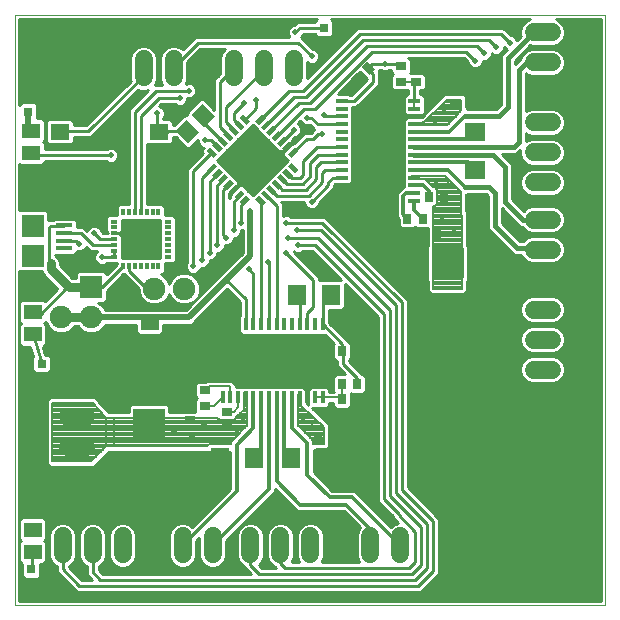
<source format=gtl>
G75*
%MOIN*%
%OFA0B0*%
%FSLAX25Y25*%
%IPPOS*%
%LPD*%
%AMOC8*
5,1,8,0,0,1.08239X$1,22.5*
%
%ADD10C,0.00000*%
%ADD11R,0.01378X0.03937*%
%ADD12R,0.19685X0.11811*%
%ADD13R,0.06299X0.07098*%
%ADD14R,0.03543X0.02756*%
%ADD15R,0.02756X0.03543*%
%ADD16R,0.10630X0.10039*%
%ADD17R,0.03937X0.01378*%
%ADD18R,0.11811X0.19685*%
%ADD19R,0.07098X0.06299*%
%ADD20C,0.06000*%
%ADD21R,0.03150X0.03150*%
%ADD22R,0.05118X0.05906*%
%ADD23R,0.06300X0.05512*%
%ADD24R,0.05906X0.05118*%
%ADD25C,0.23000*%
%ADD26R,0.01700X0.03200*%
%ADD27R,0.14600X0.14600*%
%ADD28R,0.02362X0.01181*%
%ADD29R,0.01181X0.02362*%
%ADD30R,0.12992X0.12992*%
%ADD31R,0.01713X0.01713*%
%ADD32C,0.07500*%
%ADD33R,0.07500X0.07500*%
%ADD34R,0.05512X0.01378*%
%ADD35R,0.07480X0.07087*%
%ADD36R,0.07480X0.07480*%
%ADD37C,0.00800*%
%ADD38C,0.01950*%
%ADD39C,0.03000*%
%ADD40C,0.01000*%
%ADD41C,0.01300*%
%ADD42C,0.02000*%
%ADD43C,0.01600*%
D10*
X0034331Y0035000D02*
X0034331Y0231850D01*
X0231181Y0231850D01*
X0231181Y0035000D01*
X0034331Y0035000D01*
D11*
X0103669Y0104270D03*
X0106228Y0104270D03*
X0108787Y0104270D03*
X0111346Y0104270D03*
X0113906Y0104270D03*
X0116465Y0104270D03*
X0119024Y0104270D03*
X0121583Y0104270D03*
X0124142Y0104270D03*
X0126701Y0104270D03*
X0129260Y0104270D03*
X0131819Y0104270D03*
X0134378Y0104270D03*
X0136937Y0104270D03*
X0136937Y0128581D03*
X0134378Y0128581D03*
X0131819Y0128581D03*
X0129260Y0128581D03*
X0126701Y0128581D03*
X0124142Y0128581D03*
X0121583Y0128581D03*
X0119024Y0128581D03*
X0116465Y0128581D03*
X0113906Y0128581D03*
X0111346Y0128581D03*
X0108787Y0128581D03*
X0106228Y0128581D03*
X0103669Y0128581D03*
D12*
X0120303Y0116425D03*
D13*
X0128500Y0138516D03*
X0139697Y0138516D03*
X0137697Y0083945D03*
X0126500Y0083945D03*
X0114059Y0083945D03*
X0102862Y0083945D03*
D14*
X0105039Y0094295D03*
X0105039Y0099413D03*
X0097697Y0101492D03*
X0092839Y0101720D03*
X0092839Y0096602D03*
X0097697Y0106610D03*
X0180996Y0201583D03*
X0180996Y0206701D03*
X0168169Y0209535D03*
X0163091Y0209535D03*
X0163091Y0214654D03*
X0168169Y0214654D03*
D15*
G36*
X0149914Y0214386D02*
X0151863Y0216335D01*
X0154366Y0213832D01*
X0152417Y0211883D01*
X0149914Y0214386D01*
G37*
G36*
X0146295Y0210767D02*
X0148244Y0212716D01*
X0150747Y0210213D01*
X0148798Y0208264D01*
X0146295Y0210767D01*
G37*
X0172417Y0171209D03*
X0177535Y0171209D03*
X0170339Y0163866D03*
X0170110Y0159008D03*
X0175228Y0159008D03*
X0165220Y0163866D03*
X0148531Y0119642D03*
X0143413Y0119642D03*
X0143366Y0108740D03*
X0143366Y0103661D03*
X0148484Y0103661D03*
X0148484Y0108740D03*
X0140531Y0090835D03*
X0135413Y0090835D03*
D16*
X0178587Y0124016D03*
X0178587Y0148976D03*
X0079087Y0095476D03*
X0079087Y0070516D03*
D17*
X0143250Y0169839D03*
X0143250Y0172398D03*
X0143250Y0174957D03*
X0143250Y0177516D03*
X0143250Y0180075D03*
X0143250Y0182634D03*
X0143250Y0185193D03*
X0143250Y0187752D03*
X0143250Y0190311D03*
X0143250Y0192870D03*
X0143250Y0195429D03*
X0143250Y0197988D03*
X0143250Y0200547D03*
X0143250Y0203106D03*
X0167561Y0203106D03*
X0167561Y0200547D03*
X0167561Y0197988D03*
X0167561Y0195429D03*
X0167561Y0192870D03*
X0167561Y0190311D03*
X0167561Y0187752D03*
X0167561Y0185193D03*
X0167561Y0182634D03*
X0167561Y0180075D03*
X0167561Y0177516D03*
X0167561Y0174957D03*
X0167561Y0172398D03*
X0167561Y0169839D03*
D18*
X0155406Y0186472D03*
D19*
X0187886Y0192669D03*
X0187886Y0203866D03*
X0187886Y0180228D03*
X0187886Y0169031D03*
D20*
X0207331Y0163500D02*
X0213331Y0163500D01*
X0213331Y0153500D02*
X0207331Y0153500D01*
X0207331Y0143500D02*
X0213331Y0143500D01*
X0213331Y0133500D02*
X0207331Y0133500D01*
X0207331Y0123500D02*
X0213331Y0123500D01*
X0213331Y0113500D02*
X0207331Y0113500D01*
X0162831Y0058000D02*
X0162831Y0052000D01*
X0152831Y0052000D02*
X0152831Y0058000D01*
X0142831Y0058000D02*
X0142831Y0052000D01*
X0132831Y0052000D02*
X0132831Y0058000D01*
X0122831Y0058000D02*
X0122831Y0052000D01*
X0112831Y0052000D02*
X0112831Y0058000D01*
X0100331Y0058000D02*
X0100331Y0052000D01*
X0090331Y0052000D02*
X0090331Y0058000D01*
X0080331Y0058000D02*
X0080331Y0052000D01*
X0070331Y0052000D02*
X0070331Y0058000D01*
X0060331Y0058000D02*
X0060331Y0052000D01*
X0050331Y0052000D02*
X0050331Y0058000D01*
X0052000Y0077728D02*
X0058000Y0077728D01*
X0058000Y0087728D02*
X0052000Y0087728D01*
X0052000Y0097728D02*
X0058000Y0097728D01*
X0058000Y0107728D02*
X0052000Y0107728D01*
X0077331Y0211000D02*
X0077331Y0217000D01*
X0087331Y0217000D02*
X0087331Y0211000D01*
X0097331Y0211000D02*
X0097331Y0217000D01*
X0107331Y0217000D02*
X0107331Y0211000D01*
X0117331Y0211000D02*
X0117331Y0217000D01*
X0127331Y0217000D02*
X0127331Y0211000D01*
X0207331Y0206000D02*
X0213331Y0206000D01*
X0213331Y0196000D02*
X0207331Y0196000D01*
X0207331Y0186000D02*
X0213331Y0186000D01*
X0213331Y0176000D02*
X0207331Y0176000D01*
X0207331Y0216000D02*
X0213331Y0216000D01*
X0213331Y0226000D02*
X0207331Y0226000D01*
D21*
X0143283Y0227500D03*
X0137378Y0227500D03*
X0038831Y0205453D03*
X0038831Y0199547D03*
X0037378Y0115500D03*
X0043283Y0115500D03*
X0039831Y0046953D03*
X0039831Y0041047D03*
D22*
G36*
X0087935Y0193194D02*
X0091554Y0196813D01*
X0095729Y0192638D01*
X0092110Y0189019D01*
X0087935Y0193194D01*
G37*
G36*
X0093225Y0198483D02*
X0096844Y0202102D01*
X0101019Y0197927D01*
X0097400Y0194308D01*
X0093225Y0198483D01*
G37*
D23*
X0082366Y0192858D03*
X0082366Y0175142D03*
X0049295Y0175142D03*
X0049295Y0192858D03*
D24*
X0039831Y0193240D03*
X0039831Y0185760D03*
X0040331Y0132740D03*
X0040331Y0125260D03*
X0079331Y0121760D03*
X0079331Y0129240D03*
X0040331Y0060240D03*
X0040331Y0052760D03*
D25*
X0054016Y0212165D03*
X0211496Y0054685D03*
D26*
G36*
X0114483Y0170378D02*
X0115685Y0171580D01*
X0117947Y0169318D01*
X0116745Y0168116D01*
X0114483Y0170378D01*
G37*
G36*
X0110452Y0168116D02*
X0109250Y0169318D01*
X0111512Y0171580D01*
X0112714Y0170378D01*
X0110452Y0168116D01*
G37*
G36*
X0108614Y0169954D02*
X0107412Y0171156D01*
X0109674Y0173418D01*
X0110876Y0172216D01*
X0108614Y0169954D01*
G37*
G36*
X0106846Y0171722D02*
X0105644Y0172924D01*
X0107906Y0175186D01*
X0109108Y0173984D01*
X0106846Y0171722D01*
G37*
G36*
X0105007Y0173561D02*
X0103805Y0174763D01*
X0106067Y0177025D01*
X0107269Y0175823D01*
X0105007Y0173561D01*
G37*
G36*
X0103169Y0175399D02*
X0101967Y0176601D01*
X0104229Y0178863D01*
X0105431Y0177661D01*
X0103169Y0175399D01*
G37*
G36*
X0101401Y0177167D02*
X0100199Y0178369D01*
X0102461Y0180631D01*
X0103663Y0179429D01*
X0101401Y0177167D01*
G37*
G36*
X0099563Y0179005D02*
X0098361Y0180207D01*
X0100623Y0182469D01*
X0101825Y0181267D01*
X0099563Y0179005D01*
G37*
G36*
X0098361Y0186500D02*
X0099563Y0187702D01*
X0101825Y0185440D01*
X0100623Y0184238D01*
X0098361Y0186500D01*
G37*
G36*
X0100199Y0188338D02*
X0101401Y0189540D01*
X0103663Y0187278D01*
X0102461Y0186076D01*
X0100199Y0188338D01*
G37*
G36*
X0101967Y0190106D02*
X0103169Y0191308D01*
X0105431Y0189046D01*
X0104229Y0187844D01*
X0101967Y0190106D01*
G37*
G36*
X0103805Y0191945D02*
X0105007Y0193147D01*
X0107269Y0190885D01*
X0106067Y0189683D01*
X0103805Y0191945D01*
G37*
G36*
X0105644Y0193783D02*
X0106846Y0194985D01*
X0109108Y0192723D01*
X0107906Y0191521D01*
X0105644Y0193783D01*
G37*
G36*
X0107412Y0195551D02*
X0108614Y0196753D01*
X0110876Y0194491D01*
X0109674Y0193289D01*
X0107412Y0195551D01*
G37*
G36*
X0109250Y0197389D02*
X0110452Y0198591D01*
X0112714Y0196329D01*
X0111512Y0195127D01*
X0109250Y0197389D01*
G37*
G36*
X0115685Y0195127D02*
X0114483Y0196329D01*
X0116745Y0198591D01*
X0117947Y0197389D01*
X0115685Y0195127D01*
G37*
G36*
X0117523Y0193289D02*
X0116321Y0194491D01*
X0118583Y0196753D01*
X0119785Y0195551D01*
X0117523Y0193289D01*
G37*
G36*
X0119291Y0191521D02*
X0118089Y0192723D01*
X0120351Y0194985D01*
X0121553Y0193783D01*
X0119291Y0191521D01*
G37*
G36*
X0121129Y0189683D02*
X0119927Y0190885D01*
X0122189Y0193147D01*
X0123391Y0191945D01*
X0121129Y0189683D01*
G37*
G36*
X0122968Y0187844D02*
X0121766Y0189046D01*
X0124028Y0191308D01*
X0125230Y0190106D01*
X0122968Y0187844D01*
G37*
G36*
X0124736Y0186076D02*
X0123534Y0187278D01*
X0125796Y0189540D01*
X0126998Y0188338D01*
X0124736Y0186076D01*
G37*
G36*
X0126574Y0184238D02*
X0125372Y0185440D01*
X0127634Y0187702D01*
X0128836Y0186500D01*
X0126574Y0184238D01*
G37*
G36*
X0125372Y0181267D02*
X0126574Y0182469D01*
X0128836Y0180207D01*
X0127634Y0179005D01*
X0125372Y0181267D01*
G37*
G36*
X0123534Y0179429D02*
X0124736Y0180631D01*
X0126998Y0178369D01*
X0125796Y0177167D01*
X0123534Y0179429D01*
G37*
G36*
X0121766Y0177661D02*
X0122968Y0178863D01*
X0125230Y0176601D01*
X0124028Y0175399D01*
X0121766Y0177661D01*
G37*
G36*
X0119927Y0175823D02*
X0121129Y0177025D01*
X0123391Y0174763D01*
X0122189Y0173561D01*
X0119927Y0175823D01*
G37*
G36*
X0118089Y0173984D02*
X0119291Y0175186D01*
X0121553Y0172924D01*
X0120351Y0171722D01*
X0118089Y0173984D01*
G37*
G36*
X0116321Y0172216D02*
X0117523Y0173418D01*
X0119785Y0171156D01*
X0118583Y0169954D01*
X0116321Y0172216D01*
G37*
D27*
G36*
X0123921Y0183354D02*
X0113598Y0173031D01*
X0103275Y0183354D01*
X0113598Y0193677D01*
X0123921Y0183354D01*
G37*
D28*
X0085386Y0162906D03*
X0085386Y0160937D03*
X0085386Y0158969D03*
X0085386Y0157000D03*
X0085386Y0155031D03*
X0085386Y0153063D03*
X0085386Y0151094D03*
X0067276Y0151094D03*
X0067276Y0153063D03*
X0067276Y0155031D03*
X0067276Y0157000D03*
X0067276Y0158969D03*
X0067276Y0160937D03*
X0067276Y0162906D03*
D29*
X0070425Y0166055D03*
X0072394Y0166055D03*
X0074362Y0166055D03*
X0076331Y0166055D03*
X0078299Y0166055D03*
X0080268Y0166055D03*
X0082236Y0166055D03*
X0082236Y0147945D03*
X0080268Y0147945D03*
X0078299Y0147945D03*
X0076331Y0147945D03*
X0074362Y0147945D03*
X0072394Y0147945D03*
X0070425Y0147945D03*
D30*
X0076331Y0157000D03*
D31*
X0068053Y0165278D03*
D32*
X0070831Y0140500D03*
X0080831Y0140500D03*
X0090831Y0140500D03*
X0059831Y0131000D03*
X0049831Y0131000D03*
D33*
X0049831Y0121000D03*
X0059831Y0141000D03*
D34*
X0050764Y0151382D03*
X0050764Y0153941D03*
X0050764Y0156500D03*
X0050764Y0159059D03*
X0050764Y0161618D03*
D35*
X0040331Y0172248D03*
X0040331Y0140752D03*
D36*
X0040331Y0151500D03*
X0040331Y0161500D03*
D37*
X0050764Y0161618D02*
X0050882Y0161500D01*
X0099087Y0108000D02*
X0097697Y0106610D01*
X0099087Y0108000D02*
X0105831Y0108000D01*
X0106228Y0107602D01*
X0106228Y0104270D01*
X0103669Y0104270D02*
X0100892Y0101492D01*
X0097697Y0101492D01*
X0101868Y0097500D02*
X0101868Y0097456D01*
X0102688Y0096635D01*
X0107391Y0096635D01*
X0108211Y0097456D01*
X0108211Y0097835D01*
X0109131Y0098754D01*
X0110587Y0100211D01*
X0110587Y0101432D01*
X0110876Y0101721D01*
X0110876Y0106000D01*
X0111817Y0106000D01*
X0111817Y0101721D01*
X0111856Y0101682D01*
X0111856Y0094924D01*
X0107482Y0090550D01*
X0106281Y0089349D01*
X0106281Y0088894D01*
X0099133Y0088894D01*
X0098313Y0088074D01*
X0098313Y0088000D01*
X0064831Y0088000D01*
X0059831Y0083000D01*
X0046831Y0083000D01*
X0046831Y0102500D01*
X0060331Y0102500D01*
X0064831Y0097500D01*
X0067331Y0097500D01*
X0067331Y0088000D01*
X0064831Y0088000D01*
X0064831Y0097500D01*
X0101868Y0097500D01*
X0102039Y0097284D02*
X0064831Y0097284D01*
X0064831Y0096485D02*
X0111856Y0096485D01*
X0111856Y0095687D02*
X0064831Y0095687D01*
X0064831Y0094888D02*
X0111820Y0094888D01*
X0111021Y0094090D02*
X0064831Y0094090D01*
X0064831Y0093291D02*
X0110223Y0093291D01*
X0109424Y0092493D02*
X0064831Y0092493D01*
X0064831Y0091694D02*
X0108626Y0091694D01*
X0107827Y0090896D02*
X0064831Y0090896D01*
X0064831Y0090097D02*
X0107029Y0090097D01*
X0106281Y0089299D02*
X0064831Y0089299D01*
X0064831Y0088500D02*
X0098739Y0088500D01*
X0108039Y0097284D02*
X0111856Y0097284D01*
X0111856Y0098082D02*
X0108459Y0098082D01*
X0109257Y0098881D02*
X0111856Y0098881D01*
X0111856Y0099679D02*
X0110056Y0099679D01*
X0110587Y0100478D02*
X0111856Y0100478D01*
X0111856Y0101276D02*
X0110587Y0101276D01*
X0110876Y0102075D02*
X0111817Y0102075D01*
X0111817Y0102873D02*
X0110876Y0102873D01*
X0110876Y0103672D02*
X0111817Y0103672D01*
X0111817Y0104470D02*
X0110876Y0104470D01*
X0110876Y0105269D02*
X0111817Y0105269D01*
X0108787Y0104270D02*
X0108787Y0100957D01*
X0107331Y0099500D01*
X0105126Y0099500D01*
X0105039Y0099413D01*
X0128751Y0099679D02*
X0131781Y0099679D01*
X0132637Y0098881D02*
X0128751Y0098881D01*
X0128751Y0098082D02*
X0133492Y0098082D01*
X0134348Y0097284D02*
X0128751Y0097284D01*
X0128751Y0096485D02*
X0135204Y0096485D01*
X0136059Y0095687D02*
X0128751Y0095687D01*
X0128751Y0094979D02*
X0128751Y0101682D01*
X0128790Y0101721D01*
X0128790Y0105500D01*
X0129730Y0105500D01*
X0129730Y0101721D01*
X0129831Y0101620D01*
X0129831Y0101500D01*
X0137331Y0094500D01*
X0137331Y0088894D01*
X0133967Y0088894D01*
X0133881Y0088807D01*
X0133881Y0089849D01*
X0132680Y0091050D01*
X0128751Y0094979D01*
X0128841Y0094888D02*
X0136915Y0094888D01*
X0137331Y0094090D02*
X0129640Y0094090D01*
X0130439Y0093291D02*
X0137331Y0093291D01*
X0137331Y0092493D02*
X0131237Y0092493D01*
X0132036Y0091694D02*
X0137331Y0091694D01*
X0137331Y0090896D02*
X0132834Y0090896D01*
X0133633Y0090097D02*
X0137331Y0090097D01*
X0137331Y0089299D02*
X0133881Y0089299D01*
X0140531Y0090835D02*
X0140531Y0091201D01*
X0140831Y0091500D01*
X0143366Y0103661D02*
X0143366Y0108740D01*
X0142758Y0104270D02*
X0136937Y0104270D01*
X0134378Y0104270D01*
X0131819Y0104270D02*
X0131819Y0108988D01*
X0131831Y0109000D01*
X0129730Y0105269D02*
X0128790Y0105269D01*
X0128790Y0104470D02*
X0129730Y0104470D01*
X0129730Y0103672D02*
X0128790Y0103672D01*
X0128790Y0102873D02*
X0129730Y0102873D01*
X0129730Y0102075D02*
X0128790Y0102075D01*
X0128751Y0101276D02*
X0130070Y0101276D01*
X0130926Y0100478D02*
X0128751Y0100478D01*
X0142758Y0104270D02*
X0143366Y0103661D01*
X0148484Y0108740D02*
X0148724Y0108500D01*
X0139697Y0138516D02*
X0136937Y0140276D01*
X0173831Y0140500D02*
X0173831Y0168037D01*
X0174375Y0168037D01*
X0175195Y0168857D01*
X0175195Y0173560D01*
X0174375Y0174380D01*
X0173850Y0174380D01*
X0173180Y0175050D01*
X0173180Y0175050D01*
X0172424Y0175806D01*
X0171223Y0177007D01*
X0170148Y0177007D01*
X0170109Y0177046D01*
X0166331Y0177046D01*
X0166331Y0177986D01*
X0170109Y0177986D01*
X0170148Y0178025D01*
X0177907Y0178025D01*
X0182131Y0173801D01*
X0182131Y0173589D01*
X0182948Y0172772D01*
X0182937Y0172761D01*
X0182937Y0165302D01*
X0183331Y0164908D01*
X0183331Y0140500D01*
X0173831Y0140500D01*
X0173831Y0141202D02*
X0183331Y0141202D01*
X0183331Y0142001D02*
X0173831Y0142001D01*
X0173831Y0142799D02*
X0183331Y0142799D01*
X0183331Y0143598D02*
X0173831Y0143598D01*
X0173831Y0144396D02*
X0183331Y0144396D01*
X0183331Y0145195D02*
X0173831Y0145195D01*
X0173831Y0145993D02*
X0183331Y0145993D01*
X0183331Y0146792D02*
X0173831Y0146792D01*
X0173831Y0147590D02*
X0183331Y0147590D01*
X0183331Y0148389D02*
X0173831Y0148389D01*
X0173831Y0149187D02*
X0183331Y0149187D01*
X0183331Y0149986D02*
X0173831Y0149986D01*
X0173831Y0150784D02*
X0183331Y0150784D01*
X0183331Y0151583D02*
X0173831Y0151583D01*
X0173831Y0152381D02*
X0183331Y0152381D01*
X0183331Y0153180D02*
X0173831Y0153180D01*
X0173831Y0153978D02*
X0183331Y0153978D01*
X0183331Y0154777D02*
X0173831Y0154777D01*
X0173831Y0155575D02*
X0183331Y0155575D01*
X0183331Y0156374D02*
X0173831Y0156374D01*
X0173831Y0157172D02*
X0183331Y0157172D01*
X0183331Y0157971D02*
X0173831Y0157971D01*
X0173831Y0158769D02*
X0183331Y0158769D01*
X0183331Y0159568D02*
X0173831Y0159568D01*
X0173831Y0160366D02*
X0183331Y0160366D01*
X0183331Y0161165D02*
X0173831Y0161165D01*
X0173831Y0161963D02*
X0183331Y0161963D01*
X0183331Y0162762D02*
X0173831Y0162762D01*
X0173831Y0163560D02*
X0183331Y0163560D01*
X0183331Y0164359D02*
X0173831Y0164359D01*
X0173831Y0165157D02*
X0183081Y0165157D01*
X0182937Y0165956D02*
X0173831Y0165956D01*
X0173831Y0166754D02*
X0182937Y0166754D01*
X0182937Y0167553D02*
X0173831Y0167553D01*
X0174690Y0168351D02*
X0182937Y0168351D01*
X0182937Y0169150D02*
X0175195Y0169150D01*
X0175195Y0169948D02*
X0182937Y0169948D01*
X0182937Y0170747D02*
X0175195Y0170747D01*
X0175195Y0171545D02*
X0182937Y0171545D01*
X0182937Y0172344D02*
X0175195Y0172344D01*
X0175195Y0173142D02*
X0182577Y0173142D01*
X0181991Y0173941D02*
X0174815Y0173941D01*
X0173490Y0174739D02*
X0181192Y0174739D01*
X0180394Y0175538D02*
X0172692Y0175538D01*
X0172424Y0175806D02*
X0172424Y0175806D01*
X0171893Y0176337D02*
X0179595Y0176337D01*
X0178797Y0177135D02*
X0166331Y0177135D01*
X0166331Y0177934D02*
X0177998Y0177934D01*
X0178352Y0194920D02*
X0170148Y0194920D01*
X0170109Y0194959D01*
X0166331Y0194959D01*
X0166331Y0195899D01*
X0170109Y0195899D01*
X0170210Y0196000D01*
X0170831Y0196000D01*
X0178331Y0203500D01*
X0182937Y0203500D01*
X0182937Y0200137D01*
X0183146Y0199927D01*
X0182131Y0198911D01*
X0182131Y0198699D01*
X0178352Y0194920D01*
X0178932Y0195501D02*
X0166331Y0195501D01*
X0171130Y0196299D02*
X0179731Y0196299D01*
X0180529Y0197098D02*
X0171929Y0197098D01*
X0172727Y0197896D02*
X0181328Y0197896D01*
X0182126Y0198695D02*
X0173526Y0198695D01*
X0174324Y0199493D02*
X0182713Y0199493D01*
X0182937Y0200292D02*
X0175123Y0200292D01*
X0175921Y0201090D02*
X0182937Y0201090D01*
X0182937Y0201889D02*
X0176720Y0201889D01*
X0177518Y0202687D02*
X0182937Y0202687D01*
X0182937Y0203486D02*
X0178317Y0203486D01*
X0167561Y0203106D02*
X0167561Y0200547D01*
X0168169Y0209535D02*
X0163091Y0209535D01*
X0060713Y0102075D02*
X0046831Y0102075D01*
X0046831Y0101276D02*
X0061432Y0101276D01*
X0062151Y0100478D02*
X0046831Y0100478D01*
X0046831Y0099679D02*
X0062869Y0099679D01*
X0063588Y0098881D02*
X0046831Y0098881D01*
X0046831Y0098082D02*
X0064307Y0098082D01*
X0067331Y0097284D02*
X0046831Y0097284D01*
X0046831Y0096485D02*
X0067331Y0096485D01*
X0067331Y0095687D02*
X0046831Y0095687D01*
X0046831Y0094888D02*
X0067331Y0094888D01*
X0067331Y0094090D02*
X0046831Y0094090D01*
X0046831Y0093291D02*
X0067331Y0093291D01*
X0067331Y0092493D02*
X0046831Y0092493D01*
X0046831Y0091694D02*
X0067331Y0091694D01*
X0067331Y0090896D02*
X0046831Y0090896D01*
X0046831Y0090097D02*
X0067331Y0090097D01*
X0067331Y0089299D02*
X0046831Y0089299D01*
X0046831Y0088500D02*
X0067331Y0088500D01*
X0064532Y0087702D02*
X0046831Y0087702D01*
X0046831Y0086903D02*
X0063734Y0086903D01*
X0062935Y0086105D02*
X0046831Y0086105D01*
X0046831Y0085306D02*
X0062137Y0085306D01*
X0061338Y0084508D02*
X0046831Y0084508D01*
X0046831Y0083709D02*
X0060540Y0083709D01*
D38*
X0068831Y0081500D03*
X0074331Y0081500D03*
X0068331Y0076000D03*
X0068331Y0070500D03*
X0067831Y0065500D03*
X0076331Y0073000D03*
X0081331Y0068000D03*
X0088331Y0064500D03*
X0088831Y0070500D03*
X0088831Y0077500D03*
X0088831Y0081000D03*
X0082331Y0082000D03*
X0076831Y0091000D03*
X0081331Y0095500D03*
X0087331Y0093000D03*
X0093331Y0091000D03*
X0097331Y0095000D03*
X0108331Y0093500D03*
X0110331Y0097500D03*
X0112831Y0113000D03*
X0120331Y0116500D03*
X0112831Y0120000D03*
X0104831Y0121500D03*
X0104831Y0113000D03*
X0127331Y0113000D03*
X0134831Y0112000D03*
X0134831Y0121500D03*
X0127331Y0120000D03*
X0140331Y0132500D03*
X0145331Y0129000D03*
X0153831Y0131000D03*
X0145831Y0138000D03*
X0155331Y0151000D03*
X0149331Y0157500D03*
X0149831Y0163000D03*
X0142831Y0162500D03*
X0137831Y0166500D03*
X0133331Y0169500D03*
X0128331Y0160000D03*
X0125331Y0157500D03*
X0128831Y0155000D03*
X0124831Y0152500D03*
X0118831Y0149500D03*
X0112331Y0147000D03*
X0104831Y0157500D03*
X0107331Y0160000D03*
X0109831Y0162500D03*
X0112831Y0166500D03*
X0113331Y0176500D03*
X0106831Y0183500D03*
X0113831Y0190500D03*
X0110831Y0202500D03*
X0114831Y0203500D03*
X0127331Y0193500D03*
X0131831Y0197500D03*
X0137331Y0198500D03*
X0136831Y0192000D03*
X0151831Y0193500D03*
X0158831Y0193500D03*
X0155331Y0187000D03*
X0152331Y0179500D03*
X0158831Y0179500D03*
X0158831Y0171500D03*
X0150331Y0171500D03*
X0159331Y0163000D03*
X0176831Y0163500D03*
X0180831Y0159500D03*
X0178831Y0175000D03*
X0174831Y0176500D03*
X0174331Y0196500D03*
X0177331Y0199500D03*
X0174831Y0211500D03*
X0174331Y0215500D03*
X0182331Y0215000D03*
X0185331Y0210500D03*
X0187831Y0216500D03*
X0190831Y0219000D03*
X0194831Y0221000D03*
X0199331Y0222500D03*
X0182331Y0229000D03*
X0166331Y0229000D03*
X0151831Y0229000D03*
X0157831Y0215500D03*
X0159331Y0200000D03*
X0151331Y0200000D03*
X0144331Y0206000D03*
X0133331Y0218000D03*
X0137831Y0222000D03*
X0127831Y0226000D03*
X0110331Y0227000D03*
X0101831Y0227000D03*
X0092331Y0206500D03*
X0089331Y0204000D03*
X0081831Y0199000D03*
X0097831Y0190000D03*
X0082831Y0175000D03*
X0080331Y0161000D03*
X0080331Y0155000D03*
X0072331Y0155500D03*
X0072331Y0161000D03*
X0063331Y0151000D03*
X0056331Y0150500D03*
X0055831Y0155500D03*
X0060831Y0159000D03*
X0057831Y0168500D03*
X0043331Y0180000D03*
X0066331Y0185000D03*
X0099331Y0152500D03*
X0101831Y0155000D03*
X0096831Y0150000D03*
X0093831Y0148000D03*
X0124831Y0162500D03*
X0132831Y0150500D03*
X0163831Y0141500D03*
X0186831Y0125000D03*
X0191831Y0124500D03*
X0191831Y0118000D03*
X0186831Y0118000D03*
X0185331Y0111500D03*
X0190331Y0111500D03*
X0193331Y0106000D03*
X0187331Y0106000D03*
X0180331Y0106500D03*
X0179331Y0112500D03*
X0170831Y0105500D03*
X0187831Y0135000D03*
X0192331Y0135000D03*
X0133331Y0094500D03*
X0130331Y0097500D03*
X0042831Y0141000D03*
X0039831Y0060500D03*
D39*
X0048331Y0131000D02*
X0049831Y0131000D01*
X0059831Y0131000D01*
X0059831Y0141000D02*
X0052331Y0141000D01*
X0046331Y0147000D01*
X0046331Y0149000D01*
X0044079Y0140752D02*
X0040331Y0140752D01*
X0040331Y0172248D02*
X0040331Y0177000D01*
X0043331Y0180000D01*
D40*
X0043405Y0181701D02*
X0044283Y0182579D01*
X0044283Y0183000D01*
X0064831Y0183000D01*
X0064929Y0182902D01*
X0065838Y0182525D01*
X0066823Y0182525D01*
X0067733Y0182902D01*
X0068429Y0183598D01*
X0068806Y0184508D01*
X0068806Y0185492D01*
X0068429Y0186402D01*
X0067733Y0187098D01*
X0066823Y0187475D01*
X0065838Y0187475D01*
X0064929Y0187098D01*
X0064831Y0187000D01*
X0044283Y0187000D01*
X0044283Y0188940D01*
X0043724Y0189500D01*
X0044283Y0190060D01*
X0044283Y0196421D01*
X0043405Y0197299D01*
X0041854Y0197299D01*
X0041905Y0197351D01*
X0041905Y0201743D01*
X0041027Y0202622D01*
X0036635Y0202622D01*
X0035831Y0201818D01*
X0035831Y0230350D01*
X0134957Y0230350D01*
X0134303Y0229696D01*
X0134303Y0229500D01*
X0128502Y0229500D01*
X0127477Y0228475D01*
X0127338Y0228475D01*
X0126429Y0228098D01*
X0125733Y0227402D01*
X0125356Y0226492D01*
X0125356Y0225508D01*
X0125733Y0224598D01*
X0125831Y0224500D01*
X0094502Y0224500D01*
X0090348Y0220346D01*
X0089880Y0220815D01*
X0088226Y0221500D01*
X0086436Y0221500D01*
X0084782Y0220815D01*
X0083516Y0219549D01*
X0082831Y0217895D01*
X0082831Y0210105D01*
X0083495Y0208500D01*
X0081166Y0208500D01*
X0081831Y0210105D01*
X0081831Y0217895D01*
X0081146Y0219549D01*
X0079880Y0220815D01*
X0078226Y0221500D01*
X0076436Y0221500D01*
X0074782Y0220815D01*
X0073516Y0219549D01*
X0072831Y0217895D01*
X0072831Y0210105D01*
X0072912Y0209909D01*
X0058002Y0195000D01*
X0053945Y0195000D01*
X0053945Y0196235D01*
X0053067Y0197114D01*
X0045524Y0197114D01*
X0044645Y0196235D01*
X0044645Y0189481D01*
X0045524Y0188602D01*
X0053067Y0188602D01*
X0053945Y0189481D01*
X0053945Y0191000D01*
X0059659Y0191000D01*
X0075533Y0206874D01*
X0076436Y0206500D01*
X0078226Y0206500D01*
X0078698Y0206696D01*
X0072362Y0200360D01*
X0072362Y0168736D01*
X0069213Y0168736D01*
X0068335Y0167858D01*
X0068335Y0164996D01*
X0065473Y0164996D01*
X0064594Y0164117D01*
X0064594Y0159725D01*
X0065320Y0159000D01*
X0063659Y0159000D01*
X0063306Y0159353D01*
X0063306Y0159492D01*
X0062929Y0160402D01*
X0062233Y0161098D01*
X0061323Y0161475D01*
X0060338Y0161475D01*
X0059429Y0161098D01*
X0058733Y0160402D01*
X0058447Y0159712D01*
X0057100Y0161059D01*
X0055020Y0161059D01*
X0055020Y0162928D01*
X0054141Y0163807D01*
X0047387Y0163807D01*
X0047079Y0163500D01*
X0045571Y0163500D01*
X0045571Y0165861D01*
X0044692Y0166740D01*
X0035969Y0166740D01*
X0035831Y0166602D01*
X0035831Y0182127D01*
X0036257Y0181701D01*
X0043405Y0181701D01*
X0043485Y0181781D02*
X0072362Y0181781D01*
X0072362Y0180783D02*
X0035831Y0180783D01*
X0035831Y0181781D02*
X0036176Y0181781D01*
X0035831Y0179784D02*
X0072362Y0179784D01*
X0072362Y0178786D02*
X0035831Y0178786D01*
X0035831Y0177787D02*
X0072362Y0177787D01*
X0072362Y0176789D02*
X0035831Y0176789D01*
X0035831Y0175790D02*
X0072362Y0175790D01*
X0072362Y0174792D02*
X0035831Y0174792D01*
X0035831Y0173793D02*
X0072362Y0173793D01*
X0072362Y0172795D02*
X0035831Y0172795D01*
X0035831Y0171796D02*
X0072362Y0171796D01*
X0072362Y0170798D02*
X0035831Y0170798D01*
X0035831Y0169799D02*
X0072362Y0169799D01*
X0072362Y0168801D02*
X0035831Y0168801D01*
X0035831Y0167802D02*
X0068335Y0167802D01*
X0068335Y0166803D02*
X0035831Y0166803D01*
X0045571Y0165805D02*
X0068335Y0165805D01*
X0068053Y0165278D02*
X0068053Y0168778D01*
X0066831Y0170000D01*
X0054331Y0170000D01*
X0054331Y0170106D01*
X0049295Y0175142D01*
X0049831Y0170000D02*
X0048331Y0168500D01*
X0049831Y0170000D02*
X0054331Y0170000D01*
X0055020Y0162809D02*
X0064594Y0162809D01*
X0064594Y0161811D02*
X0055020Y0161811D01*
X0057347Y0160812D02*
X0059143Y0160812D01*
X0058489Y0159814D02*
X0058345Y0159814D01*
X0056272Y0159059D02*
X0060331Y0155000D01*
X0067244Y0155000D01*
X0067276Y0155031D01*
X0067276Y0153063D02*
X0067276Y0151094D01*
X0067181Y0151000D01*
X0063331Y0151000D01*
X0061655Y0152824D02*
X0055020Y0152824D01*
X0055020Y0152631D02*
X0055020Y0153157D01*
X0055338Y0153025D01*
X0056323Y0153025D01*
X0057233Y0153402D01*
X0057929Y0154098D01*
X0058068Y0154434D01*
X0058331Y0154172D01*
X0059502Y0153000D01*
X0061831Y0153000D01*
X0061233Y0152402D01*
X0060856Y0151492D01*
X0060856Y0150508D01*
X0061233Y0149598D01*
X0061929Y0148902D01*
X0062838Y0148525D01*
X0063823Y0148525D01*
X0064733Y0148902D01*
X0064831Y0149000D01*
X0068010Y0149000D01*
X0068013Y0149004D01*
X0068335Y0149004D01*
X0068335Y0148683D01*
X0065052Y0145400D01*
X0064202Y0146250D01*
X0055459Y0146250D01*
X0054581Y0145371D01*
X0054581Y0144000D01*
X0053573Y0144000D01*
X0049331Y0148243D01*
X0049331Y0149597D01*
X0048874Y0150699D01*
X0048030Y0151543D01*
X0047831Y0151626D01*
X0047831Y0151752D01*
X0054141Y0151752D01*
X0055020Y0152631D01*
X0054215Y0151826D02*
X0060994Y0151826D01*
X0060856Y0150827D02*
X0048746Y0150827D01*
X0049235Y0149829D02*
X0061137Y0149829D01*
X0062101Y0148830D02*
X0049331Y0148830D01*
X0049742Y0147832D02*
X0067484Y0147832D01*
X0068335Y0148830D02*
X0064560Y0148830D01*
X0066485Y0146833D02*
X0050740Y0146833D01*
X0051739Y0145835D02*
X0055044Y0145835D01*
X0054581Y0144836D02*
X0052737Y0144836D01*
X0052331Y0141000D02*
X0051848Y0141000D01*
X0042282Y0131434D01*
X0040331Y0132740D01*
X0042282Y0131434D02*
X0042571Y0131240D01*
X0044756Y0129532D02*
X0045380Y0128026D01*
X0046857Y0126549D01*
X0048786Y0125750D01*
X0050875Y0125750D01*
X0052805Y0126549D01*
X0054255Y0128000D01*
X0055406Y0128000D01*
X0056857Y0126549D01*
X0058786Y0125750D01*
X0060875Y0125750D01*
X0062805Y0126549D01*
X0064281Y0128026D01*
X0064478Y0128500D01*
X0074878Y0128500D01*
X0074878Y0126060D01*
X0075757Y0125181D01*
X0082905Y0125181D01*
X0083783Y0126060D01*
X0083783Y0128500D01*
X0092828Y0128500D01*
X0093747Y0128881D01*
X0094450Y0129584D01*
X0105184Y0140318D01*
X0109346Y0136156D01*
X0109346Y0131360D01*
X0109157Y0131171D01*
X0109157Y0125991D01*
X0110036Y0125112D01*
X0137577Y0125112D01*
X0140595Y0122094D01*
X0140535Y0122035D01*
X0140535Y0117249D01*
X0141414Y0116370D01*
X0141831Y0116370D01*
X0141831Y0114672D01*
X0143002Y0113500D01*
X0144490Y0112012D01*
X0141367Y0112012D01*
X0140488Y0111133D01*
X0140488Y0106347D01*
X0140635Y0106201D01*
X0140603Y0106170D01*
X0139126Y0106170D01*
X0139126Y0106860D01*
X0138247Y0107738D01*
X0133068Y0107738D01*
X0132189Y0106860D01*
X0132189Y0101898D01*
X0131731Y0102326D01*
X0131731Y0106287D01*
X0131449Y0106569D01*
X0131449Y0106860D01*
X0130570Y0107738D01*
X0114280Y0107738D01*
X0114118Y0107900D01*
X0109544Y0107900D01*
X0109382Y0107738D01*
X0108128Y0107738D01*
X0108128Y0108389D01*
X0107731Y0108787D01*
X0106618Y0109900D01*
X0098300Y0109900D01*
X0097888Y0109488D01*
X0095304Y0109488D01*
X0094425Y0108610D01*
X0094425Y0104611D01*
X0094985Y0104051D01*
X0094425Y0103491D01*
X0094425Y0099493D01*
X0094438Y0099480D01*
X0090446Y0099480D01*
X0090365Y0099400D01*
X0085902Y0099400D01*
X0085902Y0101117D01*
X0085023Y0101996D01*
X0073150Y0101996D01*
X0072272Y0101117D01*
X0072272Y0099400D01*
X0065677Y0099400D01*
X0062231Y0103229D01*
X0062231Y0103287D01*
X0061710Y0103808D01*
X0061216Y0104356D01*
X0061159Y0104359D01*
X0061118Y0104400D01*
X0060381Y0104400D01*
X0059645Y0104439D01*
X0059602Y0104400D01*
X0046044Y0104400D01*
X0044931Y0103287D01*
X0044931Y0082213D01*
X0046044Y0081100D01*
X0060618Y0081100D01*
X0065618Y0086100D01*
X0106181Y0086100D01*
X0106181Y0073891D01*
X0093492Y0061202D01*
X0092880Y0061815D01*
X0091226Y0062500D01*
X0089436Y0062500D01*
X0087782Y0061815D01*
X0086516Y0060549D01*
X0085831Y0058895D01*
X0085831Y0051105D01*
X0086516Y0049451D01*
X0087782Y0048185D01*
X0089436Y0047500D01*
X0091226Y0047500D01*
X0092880Y0048185D01*
X0094146Y0049451D01*
X0094831Y0051105D01*
X0094831Y0056459D01*
X0095831Y0057459D01*
X0095831Y0051105D01*
X0096516Y0049451D01*
X0097782Y0048185D01*
X0099436Y0047500D01*
X0101226Y0047500D01*
X0102880Y0048185D01*
X0104146Y0049451D01*
X0104831Y0051105D01*
X0104831Y0056459D01*
X0121174Y0072802D01*
X0121174Y0073617D01*
X0127181Y0067609D01*
X0128440Y0066350D01*
X0143940Y0066350D01*
X0149378Y0060912D01*
X0149016Y0060549D01*
X0148331Y0058895D01*
X0148331Y0051105D01*
X0148995Y0049500D01*
X0136666Y0049500D01*
X0137331Y0051105D01*
X0137331Y0058895D01*
X0136646Y0060549D01*
X0135380Y0061815D01*
X0133726Y0062500D01*
X0131936Y0062500D01*
X0130282Y0061815D01*
X0129016Y0060549D01*
X0128331Y0058895D01*
X0128331Y0051105D01*
X0128995Y0049500D01*
X0126666Y0049500D01*
X0127331Y0051105D01*
X0127331Y0058895D01*
X0126646Y0060549D01*
X0125380Y0061815D01*
X0123726Y0062500D01*
X0121936Y0062500D01*
X0120282Y0061815D01*
X0119016Y0060549D01*
X0118331Y0058895D01*
X0118331Y0051105D01*
X0119016Y0049451D01*
X0120282Y0048185D01*
X0121196Y0047806D01*
X0121502Y0047500D01*
X0116659Y0047500D01*
X0115677Y0048482D01*
X0116646Y0049451D01*
X0117331Y0051105D01*
X0117331Y0058895D01*
X0116646Y0060549D01*
X0115380Y0061815D01*
X0113726Y0062500D01*
X0111936Y0062500D01*
X0110282Y0061815D01*
X0109016Y0060549D01*
X0108331Y0058895D01*
X0108331Y0051105D01*
X0109016Y0049451D01*
X0110282Y0048185D01*
X0110831Y0047958D01*
X0110831Y0047672D01*
X0113002Y0045500D01*
X0063659Y0045500D01*
X0062331Y0046828D01*
X0062331Y0047958D01*
X0062880Y0048185D01*
X0064146Y0049451D01*
X0064831Y0051105D01*
X0064831Y0058895D01*
X0064146Y0060549D01*
X0062880Y0061815D01*
X0061226Y0062500D01*
X0059436Y0062500D01*
X0057782Y0061815D01*
X0056516Y0060549D01*
X0055831Y0058895D01*
X0055831Y0051105D01*
X0056516Y0049451D01*
X0057782Y0048185D01*
X0058331Y0047958D01*
X0058331Y0045172D01*
X0060002Y0043500D01*
X0056659Y0043500D01*
X0052331Y0047828D01*
X0052331Y0047958D01*
X0052880Y0048185D01*
X0054146Y0049451D01*
X0054831Y0051105D01*
X0054831Y0058895D01*
X0054146Y0060549D01*
X0052880Y0061815D01*
X0051226Y0062500D01*
X0049436Y0062500D01*
X0047782Y0061815D01*
X0046516Y0060549D01*
X0045831Y0058895D01*
X0045831Y0051105D01*
X0046516Y0049451D01*
X0047782Y0048185D01*
X0048331Y0047958D01*
X0048331Y0046172D01*
X0053831Y0040672D01*
X0055002Y0039500D01*
X0169659Y0039500D01*
X0174659Y0044500D01*
X0175831Y0045672D01*
X0175831Y0063828D01*
X0165331Y0074328D01*
X0165331Y0136828D01*
X0138831Y0163328D01*
X0137659Y0164500D01*
X0126331Y0164500D01*
X0126233Y0164598D01*
X0125323Y0164975D01*
X0124338Y0164975D01*
X0123583Y0164662D01*
X0123583Y0168985D01*
X0123068Y0169500D01*
X0130856Y0169500D01*
X0130856Y0169008D01*
X0131233Y0168098D01*
X0131929Y0167402D01*
X0132838Y0167025D01*
X0133823Y0167025D01*
X0134733Y0167402D01*
X0135429Y0168098D01*
X0135806Y0169008D01*
X0135806Y0169147D01*
X0140831Y0174172D01*
X0140831Y0175172D01*
X0140986Y0175327D01*
X0145840Y0175327D01*
X0146718Y0176205D01*
X0146718Y0201000D01*
X0148159Y0201000D01*
X0154659Y0207500D01*
X0155831Y0208672D01*
X0155831Y0212828D01*
X0155659Y0213001D01*
X0155867Y0213209D01*
X0155867Y0213500D01*
X0156331Y0213500D01*
X0156429Y0213402D01*
X0157338Y0213025D01*
X0158323Y0213025D01*
X0159233Y0213402D01*
X0159331Y0213500D01*
X0159819Y0213500D01*
X0159819Y0212654D01*
X0160379Y0212094D01*
X0159819Y0211535D01*
X0159819Y0207536D01*
X0160698Y0206657D01*
X0165484Y0206657D01*
X0165561Y0206735D01*
X0165561Y0205295D01*
X0164971Y0205295D01*
X0164093Y0204417D01*
X0164093Y0199237D01*
X0164971Y0198358D01*
X0170151Y0198358D01*
X0171030Y0199237D01*
X0171030Y0204417D01*
X0170151Y0205295D01*
X0169561Y0205295D01*
X0169561Y0206657D01*
X0170562Y0206657D01*
X0171441Y0207536D01*
X0171441Y0211535D01*
X0170562Y0212413D01*
X0166121Y0212413D01*
X0166362Y0212654D01*
X0166362Y0216653D01*
X0165515Y0217500D01*
X0184002Y0217500D01*
X0185356Y0216147D01*
X0185356Y0216008D01*
X0185733Y0215098D01*
X0186429Y0214402D01*
X0187338Y0214025D01*
X0188323Y0214025D01*
X0189233Y0214402D01*
X0189929Y0215098D01*
X0190306Y0216008D01*
X0190306Y0216539D01*
X0190338Y0216525D01*
X0191323Y0216525D01*
X0192233Y0216902D01*
X0192929Y0217598D01*
X0193306Y0218508D01*
X0193306Y0219025D01*
X0193429Y0218902D01*
X0194338Y0218525D01*
X0195323Y0218525D01*
X0196233Y0218902D01*
X0196929Y0219598D01*
X0197306Y0220508D01*
X0197306Y0221025D01*
X0197929Y0220402D01*
X0198318Y0220240D01*
X0196531Y0218453D01*
X0196531Y0201953D01*
X0194878Y0200300D01*
X0185231Y0200300D01*
X0185231Y0204287D01*
X0184118Y0205400D01*
X0177544Y0205400D01*
X0170044Y0197900D01*
X0165544Y0197900D01*
X0165262Y0197618D01*
X0164971Y0197618D01*
X0164093Y0196739D01*
X0164093Y0174548D01*
X0163838Y0174548D01*
X0162940Y0173650D01*
X0161681Y0172391D01*
X0161681Y0164365D01*
X0162343Y0163704D01*
X0162343Y0161473D01*
X0163221Y0160594D01*
X0167220Y0160594D01*
X0167780Y0161154D01*
X0168339Y0160594D01*
X0171931Y0160594D01*
X0171931Y0154776D01*
X0171772Y0154617D01*
X0171772Y0143335D01*
X0171931Y0143176D01*
X0171931Y0139713D01*
X0173044Y0138600D01*
X0184118Y0138600D01*
X0185231Y0139713D01*
X0185231Y0143165D01*
X0185402Y0143335D01*
X0185402Y0154617D01*
X0185231Y0154788D01*
X0185231Y0172200D01*
X0191378Y0172200D01*
X0192031Y0171547D01*
X0192031Y0160547D01*
X0199531Y0153047D01*
X0200878Y0151700D01*
X0203206Y0151700D01*
X0203516Y0150951D01*
X0204782Y0149685D01*
X0206436Y0149000D01*
X0214226Y0149000D01*
X0215880Y0149685D01*
X0217146Y0150951D01*
X0217831Y0152605D01*
X0217831Y0154395D01*
X0217146Y0156049D01*
X0215880Y0157315D01*
X0214226Y0158000D01*
X0206436Y0158000D01*
X0204782Y0157315D01*
X0203767Y0156300D01*
X0202783Y0156300D01*
X0196631Y0162453D01*
X0196631Y0167447D01*
X0201531Y0162547D01*
X0202878Y0161200D01*
X0203413Y0161200D01*
X0203516Y0160951D01*
X0204782Y0159685D01*
X0206436Y0159000D01*
X0214226Y0159000D01*
X0215880Y0159685D01*
X0217146Y0160951D01*
X0217831Y0162605D01*
X0217831Y0164395D01*
X0217146Y0166049D01*
X0215880Y0167315D01*
X0214226Y0168000D01*
X0206436Y0168000D01*
X0204782Y0167315D01*
X0204025Y0166558D01*
X0200131Y0170453D01*
X0200131Y0181953D01*
X0198783Y0183300D01*
X0196631Y0185452D01*
X0201535Y0185452D01*
X0202831Y0186747D01*
X0202831Y0185105D01*
X0203516Y0183451D01*
X0204782Y0182185D01*
X0206436Y0181500D01*
X0214226Y0181500D01*
X0215880Y0182185D01*
X0217146Y0183451D01*
X0217831Y0185105D01*
X0217831Y0186895D01*
X0217146Y0188549D01*
X0215880Y0189815D01*
X0214226Y0190500D01*
X0206436Y0190500D01*
X0204782Y0189815D01*
X0204631Y0189664D01*
X0204631Y0192336D01*
X0204782Y0192185D01*
X0206436Y0191500D01*
X0214226Y0191500D01*
X0215880Y0192185D01*
X0217146Y0193451D01*
X0217831Y0195105D01*
X0217831Y0196895D01*
X0217146Y0198549D01*
X0215880Y0199815D01*
X0214226Y0200500D01*
X0206436Y0200500D01*
X0204782Y0199815D01*
X0204631Y0199664D01*
X0204631Y0212336D01*
X0204782Y0212185D01*
X0206436Y0211500D01*
X0214226Y0211500D01*
X0215880Y0212185D01*
X0217146Y0213451D01*
X0217831Y0215105D01*
X0217831Y0216895D01*
X0217146Y0218549D01*
X0215880Y0219815D01*
X0214226Y0220500D01*
X0206436Y0220500D01*
X0204782Y0219815D01*
X0203516Y0218549D01*
X0203084Y0217506D01*
X0201131Y0215553D01*
X0201131Y0216547D01*
X0206187Y0221603D01*
X0206436Y0221500D01*
X0214226Y0221500D01*
X0215880Y0222185D01*
X0217146Y0223451D01*
X0217831Y0225105D01*
X0217831Y0226895D01*
X0217146Y0228549D01*
X0215880Y0229815D01*
X0214587Y0230350D01*
X0229681Y0230350D01*
X0229681Y0036500D01*
X0035831Y0036500D01*
X0035831Y0146398D01*
X0035969Y0146260D01*
X0043390Y0146260D01*
X0043787Y0145301D01*
X0048554Y0140534D01*
X0044362Y0136342D01*
X0043905Y0136799D01*
X0036757Y0136799D01*
X0035878Y0135921D01*
X0035878Y0129560D01*
X0036438Y0129000D01*
X0035878Y0128440D01*
X0035878Y0122079D01*
X0036757Y0121201D01*
X0039469Y0121201D01*
X0040455Y0117942D01*
X0040209Y0117696D01*
X0040209Y0113304D01*
X0041087Y0112425D01*
X0045480Y0112425D01*
X0046358Y0113304D01*
X0046358Y0117696D01*
X0045480Y0118575D01*
X0044443Y0118575D01*
X0043648Y0121201D01*
X0043905Y0121201D01*
X0044783Y0122079D01*
X0044783Y0128440D01*
X0044224Y0129000D01*
X0044756Y0129532D01*
X0045035Y0128860D02*
X0044364Y0128860D01*
X0044783Y0127862D02*
X0045545Y0127862D01*
X0044783Y0126863D02*
X0046543Y0126863D01*
X0044783Y0125865D02*
X0048510Y0125865D01*
X0051151Y0125865D02*
X0058510Y0125865D01*
X0056543Y0126863D02*
X0053118Y0126863D01*
X0054117Y0127862D02*
X0055545Y0127862D01*
X0061151Y0125865D02*
X0075073Y0125865D01*
X0074878Y0126863D02*
X0063118Y0126863D01*
X0064117Y0127862D02*
X0074878Y0127862D01*
X0079331Y0129240D02*
X0079831Y0129740D01*
X0079831Y0131000D01*
X0079786Y0135250D02*
X0077857Y0136049D01*
X0076380Y0137526D01*
X0075581Y0139456D01*
X0075581Y0140422D01*
X0070738Y0145264D01*
X0070573Y0145264D01*
X0065480Y0140172D01*
X0065081Y0139772D01*
X0065081Y0136629D01*
X0064202Y0135750D01*
X0062082Y0135750D01*
X0062805Y0135451D01*
X0064281Y0133974D01*
X0064478Y0133500D01*
X0091295Y0133500D01*
X0102711Y0144916D01*
X0102711Y0144916D01*
X0110331Y0152536D01*
X0110331Y0160028D01*
X0110323Y0160025D01*
X0109806Y0160025D01*
X0109806Y0159508D01*
X0109429Y0158598D01*
X0108733Y0157902D01*
X0107823Y0157525D01*
X0107306Y0157525D01*
X0107306Y0157008D01*
X0106929Y0156098D01*
X0106233Y0155402D01*
X0105323Y0155025D01*
X0104338Y0155025D01*
X0104306Y0155039D01*
X0104306Y0154508D01*
X0103929Y0153598D01*
X0103233Y0152902D01*
X0102323Y0152525D01*
X0101806Y0152525D01*
X0101806Y0152008D01*
X0101429Y0151098D01*
X0100733Y0150402D01*
X0099823Y0150025D01*
X0099306Y0150025D01*
X0099306Y0149508D01*
X0098929Y0148598D01*
X0098233Y0147902D01*
X0097323Y0147525D01*
X0096338Y0147525D01*
X0096306Y0147539D01*
X0096306Y0147508D01*
X0095929Y0146598D01*
X0095233Y0145902D01*
X0094323Y0145525D01*
X0093338Y0145525D01*
X0092429Y0145902D01*
X0091733Y0146598D01*
X0091356Y0147508D01*
X0091356Y0148492D01*
X0091733Y0149402D01*
X0091831Y0149500D01*
X0091831Y0180536D01*
X0097017Y0185722D01*
X0096860Y0185879D01*
X0096860Y0187121D01*
X0097286Y0187547D01*
X0096429Y0187902D01*
X0095733Y0188598D01*
X0095356Y0189508D01*
X0095356Y0190142D01*
X0092732Y0187519D01*
X0091490Y0187519D01*
X0088092Y0190916D01*
X0087016Y0190916D01*
X0087016Y0189481D01*
X0086137Y0188602D01*
X0078595Y0188602D01*
X0078331Y0188866D01*
X0078331Y0168736D01*
X0083448Y0168736D01*
X0084327Y0167858D01*
X0084327Y0164996D01*
X0087188Y0164996D01*
X0088067Y0164117D01*
X0088067Y0149883D01*
X0087188Y0149004D01*
X0084327Y0149004D01*
X0084327Y0146142D01*
X0083448Y0145264D01*
X0083049Y0145264D01*
X0083805Y0144951D01*
X0085281Y0143474D01*
X0085831Y0142148D01*
X0086380Y0143474D01*
X0087857Y0144951D01*
X0089786Y0145750D01*
X0091875Y0145750D01*
X0093805Y0144951D01*
X0095281Y0143474D01*
X0096081Y0141544D01*
X0096081Y0139456D01*
X0095281Y0137526D01*
X0093805Y0136049D01*
X0091875Y0135250D01*
X0089786Y0135250D01*
X0087857Y0136049D01*
X0086380Y0137526D01*
X0085831Y0138852D01*
X0085281Y0137526D01*
X0083805Y0136049D01*
X0081875Y0135250D01*
X0079786Y0135250D01*
X0078339Y0135850D02*
X0064302Y0135850D01*
X0065081Y0136848D02*
X0077058Y0136848D01*
X0076247Y0137847D02*
X0065081Y0137847D01*
X0065081Y0138845D02*
X0075834Y0138845D01*
X0075581Y0139844D02*
X0065152Y0139844D01*
X0066151Y0140842D02*
X0075160Y0140842D01*
X0074162Y0141841D02*
X0067149Y0141841D01*
X0068148Y0142839D02*
X0073163Y0142839D01*
X0072165Y0143838D02*
X0069146Y0143838D01*
X0070145Y0144836D02*
X0071166Y0144836D01*
X0072394Y0146437D02*
X0078331Y0140500D01*
X0080831Y0140500D01*
X0084603Y0136848D02*
X0087058Y0136848D01*
X0086247Y0137847D02*
X0085414Y0137847D01*
X0085828Y0138845D02*
X0085834Y0138845D01*
X0088339Y0135850D02*
X0083323Y0135850D01*
X0085544Y0142839D02*
X0086117Y0142839D01*
X0086744Y0143838D02*
X0084918Y0143838D01*
X0083919Y0144836D02*
X0087742Y0144836D01*
X0084019Y0145835D02*
X0092591Y0145835D01*
X0091635Y0146833D02*
X0084327Y0146833D01*
X0084327Y0147832D02*
X0091356Y0147832D01*
X0091496Y0148830D02*
X0084327Y0148830D01*
X0082705Y0150626D02*
X0069957Y0150626D01*
X0069957Y0158212D01*
X0069200Y0158969D01*
X0069957Y0159725D01*
X0069957Y0163374D01*
X0071637Y0163374D01*
X0073606Y0163374D01*
X0082705Y0163374D01*
X0082705Y0150626D01*
X0082705Y0150827D02*
X0069957Y0150827D01*
X0069957Y0151826D02*
X0082705Y0151826D01*
X0082705Y0152824D02*
X0069957Y0152824D01*
X0069957Y0153823D02*
X0082705Y0153823D01*
X0082705Y0154821D02*
X0069957Y0154821D01*
X0069957Y0155820D02*
X0082705Y0155820D01*
X0082705Y0156818D02*
X0069957Y0156818D01*
X0069957Y0157817D02*
X0082705Y0157817D01*
X0082705Y0158815D02*
X0069353Y0158815D01*
X0069957Y0159814D02*
X0082705Y0159814D01*
X0082705Y0160812D02*
X0069957Y0160812D01*
X0069957Y0161811D02*
X0082705Y0161811D01*
X0082705Y0162809D02*
X0069957Y0162809D01*
X0072331Y0161000D02*
X0072331Y0159000D01*
X0074331Y0157000D01*
X0076331Y0157000D01*
X0074307Y0159000D02*
X0072331Y0159000D01*
X0074307Y0159000D02*
X0067276Y0158969D01*
X0067276Y0157000D02*
X0062831Y0157000D01*
X0060831Y0159000D01*
X0062518Y0160812D02*
X0064594Y0160812D01*
X0064594Y0159814D02*
X0063172Y0159814D01*
X0064594Y0163808D02*
X0045571Y0163808D01*
X0045571Y0164806D02*
X0065284Y0164806D01*
X0074331Y0166087D02*
X0074362Y0166055D01*
X0074362Y0199531D01*
X0081331Y0206500D01*
X0092331Y0206500D01*
X0094078Y0204747D02*
X0100831Y0204747D01*
X0100831Y0205745D02*
X0094697Y0205745D01*
X0094806Y0206008D02*
X0094806Y0206992D01*
X0094429Y0207902D01*
X0093733Y0208598D01*
X0092823Y0208975D01*
X0091838Y0208975D01*
X0091264Y0208737D01*
X0091831Y0210105D01*
X0091831Y0216172D01*
X0096159Y0220500D01*
X0104467Y0220500D01*
X0103516Y0219549D01*
X0102831Y0217895D01*
X0102831Y0212328D01*
X0102002Y0211500D01*
X0100831Y0210328D01*
X0100831Y0200237D01*
X0097465Y0203603D01*
X0096222Y0203603D01*
X0091724Y0199105D01*
X0091724Y0198313D01*
X0090933Y0198313D01*
X0087535Y0194916D01*
X0087016Y0194916D01*
X0087016Y0196235D01*
X0086137Y0197114D01*
X0083831Y0197114D01*
X0083831Y0197500D01*
X0083929Y0197598D01*
X0084306Y0198508D01*
X0084306Y0199492D01*
X0083929Y0200402D01*
X0083233Y0201098D01*
X0082543Y0201384D01*
X0083159Y0202000D01*
X0087831Y0202000D01*
X0087929Y0201902D01*
X0088838Y0201525D01*
X0089823Y0201525D01*
X0090733Y0201902D01*
X0091429Y0202598D01*
X0091806Y0203508D01*
X0091806Y0204039D01*
X0091838Y0204025D01*
X0092823Y0204025D01*
X0093733Y0204402D01*
X0094429Y0205098D01*
X0094806Y0206008D01*
X0094806Y0206744D02*
X0100831Y0206744D01*
X0100831Y0207742D02*
X0094495Y0207742D01*
X0093388Y0208741D02*
X0100831Y0208741D01*
X0100831Y0209739D02*
X0091679Y0209739D01*
X0091831Y0210738D02*
X0101240Y0210738D01*
X0102239Y0211737D02*
X0091831Y0211737D01*
X0091831Y0212735D02*
X0102831Y0212735D01*
X0102831Y0213734D02*
X0091831Y0213734D01*
X0091831Y0214732D02*
X0102831Y0214732D01*
X0102831Y0215731D02*
X0091831Y0215731D01*
X0092388Y0216729D02*
X0102831Y0216729D01*
X0102831Y0217728D02*
X0093387Y0217728D01*
X0094385Y0218726D02*
X0103175Y0218726D01*
X0103691Y0219725D02*
X0095384Y0219725D01*
X0095331Y0222500D02*
X0087331Y0214500D01*
X0087331Y0214000D01*
X0082831Y0213734D02*
X0081831Y0213734D01*
X0081831Y0214732D02*
X0082831Y0214732D01*
X0082831Y0215731D02*
X0081831Y0215731D01*
X0081831Y0216729D02*
X0082831Y0216729D01*
X0082831Y0217728D02*
X0081831Y0217728D01*
X0081487Y0218726D02*
X0083175Y0218726D01*
X0083691Y0219725D02*
X0080970Y0219725D01*
X0079972Y0220723D02*
X0084690Y0220723D01*
X0089972Y0220723D02*
X0090725Y0220723D01*
X0091724Y0221722D02*
X0035831Y0221722D01*
X0035831Y0222720D02*
X0092722Y0222720D01*
X0093721Y0223719D02*
X0035831Y0223719D01*
X0035831Y0224717D02*
X0125683Y0224717D01*
X0125356Y0225716D02*
X0035831Y0225716D01*
X0035831Y0226714D02*
X0125448Y0226714D01*
X0126043Y0227713D02*
X0035831Y0227713D01*
X0035831Y0228711D02*
X0127713Y0228711D01*
X0129331Y0227500D02*
X0137378Y0227500D01*
X0140453Y0227713D02*
X0203169Y0227713D01*
X0202831Y0226895D02*
X0202831Y0225105D01*
X0202934Y0224856D01*
X0201590Y0223512D01*
X0201429Y0223902D01*
X0200733Y0224598D01*
X0199823Y0224975D01*
X0199684Y0224975D01*
X0197159Y0227500D01*
X0148502Y0227500D01*
X0131831Y0210828D01*
X0131831Y0216000D01*
X0131929Y0215902D01*
X0132838Y0215525D01*
X0133823Y0215525D01*
X0134733Y0215902D01*
X0135429Y0216598D01*
X0135806Y0217508D01*
X0135806Y0218492D01*
X0135429Y0219402D01*
X0134733Y0220098D01*
X0133823Y0220475D01*
X0133684Y0220475D01*
X0130831Y0223328D01*
X0129745Y0224414D01*
X0129929Y0224598D01*
X0130303Y0225500D01*
X0134303Y0225500D01*
X0134303Y0225304D01*
X0135182Y0224425D01*
X0139574Y0224425D01*
X0140453Y0225304D01*
X0140453Y0229696D01*
X0139798Y0230350D01*
X0206074Y0230350D01*
X0204782Y0229815D01*
X0203516Y0228549D01*
X0202831Y0226895D01*
X0202831Y0226714D02*
X0197945Y0226714D01*
X0198943Y0225716D02*
X0202831Y0225716D01*
X0202795Y0224717D02*
X0200445Y0224717D01*
X0201505Y0223719D02*
X0201797Y0223719D01*
X0199331Y0222500D02*
X0196331Y0225500D01*
X0149331Y0225500D01*
X0130331Y0206500D01*
X0125855Y0206500D01*
X0116215Y0196859D01*
X0118053Y0195021D02*
X0127532Y0204500D01*
X0131331Y0204500D01*
X0150331Y0223500D01*
X0192331Y0223500D01*
X0194831Y0221000D01*
X0195808Y0218726D02*
X0196804Y0218726D01*
X0196981Y0219725D02*
X0197803Y0219725D01*
X0197607Y0220723D02*
X0197306Y0220723D01*
X0196531Y0217728D02*
X0192983Y0217728D01*
X0193306Y0218726D02*
X0193853Y0218726D01*
X0191816Y0216729D02*
X0196531Y0216729D01*
X0196531Y0215731D02*
X0190191Y0215731D01*
X0189563Y0214732D02*
X0196531Y0214732D01*
X0196531Y0213734D02*
X0166362Y0213734D01*
X0166362Y0214732D02*
X0186098Y0214732D01*
X0185470Y0215731D02*
X0166362Y0215731D01*
X0166286Y0216729D02*
X0184773Y0216729D01*
X0184831Y0219500D02*
X0187831Y0216500D01*
X0190831Y0219000D02*
X0188331Y0221500D01*
X0151831Y0221500D01*
X0150831Y0220500D01*
X0149581Y0219250D01*
X0132831Y0202500D01*
X0129068Y0202500D01*
X0119821Y0193253D01*
X0121659Y0191415D02*
X0130745Y0200500D01*
X0134331Y0200500D01*
X0153331Y0219500D01*
X0184831Y0219500D01*
X0196531Y0212735D02*
X0166362Y0212735D01*
X0168169Y0209535D02*
X0167561Y0208927D01*
X0167561Y0203106D01*
X0165561Y0205745D02*
X0152905Y0205745D01*
X0153903Y0206744D02*
X0160611Y0206744D01*
X0159819Y0207742D02*
X0154902Y0207742D01*
X0155831Y0208741D02*
X0159819Y0208741D01*
X0159819Y0209739D02*
X0155831Y0209739D01*
X0155831Y0210738D02*
X0159819Y0210738D01*
X0160021Y0211737D02*
X0155831Y0211737D01*
X0155831Y0212735D02*
X0159819Y0212735D01*
X0157831Y0215500D02*
X0153531Y0215500D01*
X0152140Y0214109D01*
X0152140Y0213690D01*
X0153831Y0212000D01*
X0153831Y0209500D01*
X0147331Y0203000D01*
X0143356Y0203000D01*
X0143250Y0203106D01*
X0141954Y0205295D02*
X0149419Y0212760D01*
X0151797Y0210382D01*
X0151831Y0210382D01*
X0151831Y0210328D01*
X0146502Y0205000D01*
X0146135Y0205000D01*
X0145840Y0205295D01*
X0141954Y0205295D01*
X0142405Y0205745D02*
X0147248Y0205745D01*
X0148246Y0206744D02*
X0143403Y0206744D01*
X0144402Y0207742D02*
X0149245Y0207742D01*
X0150243Y0208741D02*
X0145400Y0208741D01*
X0146399Y0209739D02*
X0151242Y0209739D01*
X0151441Y0210738D02*
X0147397Y0210738D01*
X0148396Y0211737D02*
X0150443Y0211737D01*
X0149444Y0212735D02*
X0149394Y0212735D01*
X0152140Y0214109D02*
X0152722Y0214109D01*
X0157831Y0215500D02*
X0162244Y0215500D01*
X0163091Y0214654D01*
X0162937Y0214500D01*
X0171239Y0211737D02*
X0196531Y0211737D01*
X0196531Y0210738D02*
X0171441Y0210738D01*
X0171441Y0209739D02*
X0196531Y0209739D01*
X0196531Y0208741D02*
X0171441Y0208741D01*
X0171441Y0207742D02*
X0196531Y0207742D01*
X0196531Y0206744D02*
X0170649Y0206744D01*
X0169561Y0205745D02*
X0196531Y0205745D01*
X0196531Y0204747D02*
X0184771Y0204747D01*
X0185231Y0203748D02*
X0196531Y0203748D01*
X0196531Y0202750D02*
X0185231Y0202750D01*
X0185231Y0201751D02*
X0196329Y0201751D01*
X0195331Y0200753D02*
X0185231Y0200753D01*
X0176891Y0204747D02*
X0170699Y0204747D01*
X0171030Y0203748D02*
X0175892Y0203748D01*
X0174894Y0202750D02*
X0171030Y0202750D01*
X0171030Y0201751D02*
X0173895Y0201751D01*
X0172897Y0200753D02*
X0171030Y0200753D01*
X0171030Y0199754D02*
X0171898Y0199754D01*
X0170900Y0198756D02*
X0170548Y0198756D01*
X0165401Y0197757D02*
X0146718Y0197757D01*
X0146718Y0196759D02*
X0164112Y0196759D01*
X0164093Y0195760D02*
X0146718Y0195760D01*
X0146718Y0194762D02*
X0164093Y0194762D01*
X0164093Y0193763D02*
X0146718Y0193763D01*
X0146718Y0192765D02*
X0164093Y0192765D01*
X0164093Y0191766D02*
X0146718Y0191766D01*
X0146718Y0190768D02*
X0164093Y0190768D01*
X0164093Y0189769D02*
X0146718Y0189769D01*
X0146718Y0188771D02*
X0164093Y0188771D01*
X0164093Y0187772D02*
X0146718Y0187772D01*
X0146718Y0186774D02*
X0164093Y0186774D01*
X0164093Y0185775D02*
X0146718Y0185775D01*
X0146718Y0184777D02*
X0164093Y0184777D01*
X0164093Y0183778D02*
X0146718Y0183778D01*
X0146718Y0182780D02*
X0164093Y0182780D01*
X0164093Y0181781D02*
X0146718Y0181781D01*
X0146718Y0180783D02*
X0164093Y0180783D01*
X0164093Y0179784D02*
X0146718Y0179784D01*
X0146718Y0178786D02*
X0164093Y0178786D01*
X0164093Y0177787D02*
X0146718Y0177787D01*
X0146718Y0176789D02*
X0164093Y0176789D01*
X0164093Y0175790D02*
X0146303Y0175790D01*
X0143250Y0174957D02*
X0143250Y0172398D01*
X0143250Y0169839D01*
X0148669Y0169839D01*
X0150331Y0171500D01*
X0143250Y0177516D02*
X0140346Y0177516D01*
X0138831Y0176000D01*
X0138831Y0175000D01*
X0133331Y0169500D01*
X0132331Y0171500D02*
X0136831Y0176000D01*
X0136831Y0179000D01*
X0137906Y0180075D01*
X0143250Y0180075D01*
X0143250Y0182634D02*
X0136465Y0182634D01*
X0134831Y0181000D01*
X0134831Y0177000D01*
X0131331Y0173500D01*
X0123452Y0173500D01*
X0121659Y0175293D01*
X0119821Y0173454D02*
X0121775Y0171500D01*
X0132331Y0171500D01*
X0130942Y0168801D02*
X0123583Y0168801D01*
X0123583Y0167802D02*
X0131529Y0167802D01*
X0135133Y0167802D02*
X0161681Y0167802D01*
X0161681Y0166803D02*
X0123583Y0166803D01*
X0123583Y0165805D02*
X0161681Y0165805D01*
X0161681Y0164806D02*
X0125730Y0164806D01*
X0123932Y0164806D02*
X0123583Y0164806D01*
X0124831Y0162500D02*
X0136831Y0162500D01*
X0163331Y0136000D01*
X0163331Y0073500D01*
X0173831Y0063000D01*
X0173831Y0046500D01*
X0168831Y0041500D01*
X0055831Y0041500D01*
X0050331Y0047000D01*
X0050331Y0055000D01*
X0054831Y0054970D02*
X0055831Y0054970D01*
X0055831Y0053972D02*
X0054831Y0053972D01*
X0054831Y0052973D02*
X0055831Y0052973D01*
X0055831Y0051975D02*
X0054831Y0051975D01*
X0054777Y0050976D02*
X0055884Y0050976D01*
X0056298Y0049978D02*
X0054364Y0049978D01*
X0053674Y0048979D02*
X0056988Y0048979D01*
X0058275Y0047981D02*
X0052386Y0047981D01*
X0053177Y0046982D02*
X0058331Y0046982D01*
X0058331Y0045984D02*
X0054175Y0045984D01*
X0055174Y0044985D02*
X0058517Y0044985D01*
X0059516Y0043987D02*
X0056173Y0043987D01*
X0053511Y0040991D02*
X0035831Y0040991D01*
X0035831Y0039993D02*
X0054510Y0039993D01*
X0052513Y0041990D02*
X0035831Y0041990D01*
X0035831Y0042988D02*
X0051514Y0042988D01*
X0050516Y0043987D02*
X0042135Y0043987D01*
X0042027Y0043878D02*
X0042905Y0044757D01*
X0042905Y0048701D01*
X0043905Y0048701D01*
X0044783Y0049579D01*
X0044783Y0055940D01*
X0044224Y0056500D01*
X0044783Y0057060D01*
X0044783Y0063421D01*
X0043905Y0064299D01*
X0036757Y0064299D01*
X0035878Y0063421D01*
X0035878Y0057060D01*
X0036438Y0056500D01*
X0035878Y0055940D01*
X0035878Y0049579D01*
X0036756Y0048702D01*
X0036756Y0044757D01*
X0037635Y0043878D01*
X0042027Y0043878D01*
X0042905Y0044985D02*
X0049517Y0044985D01*
X0048519Y0045984D02*
X0042905Y0045984D01*
X0042905Y0046982D02*
X0048331Y0046982D01*
X0048275Y0047981D02*
X0042905Y0047981D01*
X0044183Y0048979D02*
X0046988Y0048979D01*
X0046298Y0049978D02*
X0044783Y0049978D01*
X0044783Y0050976D02*
X0045884Y0050976D01*
X0045831Y0051975D02*
X0044783Y0051975D01*
X0044783Y0052973D02*
X0045831Y0052973D01*
X0045831Y0053972D02*
X0044783Y0053972D01*
X0044783Y0054970D02*
X0045831Y0054970D01*
X0045831Y0055969D02*
X0044755Y0055969D01*
X0044691Y0056967D02*
X0045831Y0056967D01*
X0045831Y0057966D02*
X0044783Y0057966D01*
X0044783Y0058964D02*
X0045859Y0058964D01*
X0046273Y0059963D02*
X0044783Y0059963D01*
X0044783Y0060961D02*
X0046928Y0060961D01*
X0048131Y0061960D02*
X0044783Y0061960D01*
X0044783Y0062958D02*
X0095248Y0062958D01*
X0094250Y0061960D02*
X0092530Y0061960D01*
X0096247Y0063957D02*
X0044247Y0063957D01*
X0040091Y0061000D02*
X0039831Y0060500D01*
X0040331Y0060240D02*
X0040091Y0061000D01*
X0035878Y0060961D02*
X0035831Y0060961D01*
X0035831Y0059963D02*
X0035878Y0059963D01*
X0035878Y0058964D02*
X0035831Y0058964D01*
X0035831Y0057966D02*
X0035878Y0057966D01*
X0035831Y0056967D02*
X0035970Y0056967D01*
X0035906Y0055969D02*
X0035831Y0055969D01*
X0035831Y0054970D02*
X0035878Y0054970D01*
X0035878Y0053972D02*
X0035831Y0053972D01*
X0035831Y0052973D02*
X0035878Y0052973D01*
X0035878Y0051975D02*
X0035831Y0051975D01*
X0035831Y0050976D02*
X0035878Y0050976D01*
X0035878Y0049978D02*
X0035831Y0049978D01*
X0035831Y0048979D02*
X0036478Y0048979D01*
X0036756Y0047981D02*
X0035831Y0047981D01*
X0035831Y0046982D02*
X0036756Y0046982D01*
X0036756Y0045984D02*
X0035831Y0045984D01*
X0035831Y0044985D02*
X0036756Y0044985D01*
X0037526Y0043987D02*
X0035831Y0043987D01*
X0039831Y0046953D02*
X0040331Y0052760D01*
X0035878Y0061960D02*
X0035831Y0061960D01*
X0035831Y0062958D02*
X0035878Y0062958D01*
X0035831Y0063957D02*
X0036414Y0063957D01*
X0035831Y0064955D02*
X0097246Y0064955D01*
X0098244Y0065954D02*
X0035831Y0065954D01*
X0035831Y0066952D02*
X0099243Y0066952D01*
X0100241Y0067951D02*
X0035831Y0067951D01*
X0035831Y0068949D02*
X0101240Y0068949D01*
X0102238Y0069948D02*
X0035831Y0069948D01*
X0035831Y0070946D02*
X0103237Y0070946D01*
X0104235Y0071945D02*
X0035831Y0071945D01*
X0035831Y0072943D02*
X0105234Y0072943D01*
X0106181Y0073942D02*
X0035831Y0073942D01*
X0035831Y0074940D02*
X0106181Y0074940D01*
X0106181Y0075939D02*
X0035831Y0075939D01*
X0035831Y0076937D02*
X0106181Y0076937D01*
X0106181Y0077936D02*
X0035831Y0077936D01*
X0035831Y0078934D02*
X0106181Y0078934D01*
X0106181Y0079933D02*
X0035831Y0079933D01*
X0035831Y0080932D02*
X0106181Y0080932D01*
X0106181Y0081930D02*
X0061448Y0081930D01*
X0062446Y0082929D02*
X0106181Y0082929D01*
X0106181Y0083927D02*
X0063445Y0083927D01*
X0064443Y0084926D02*
X0106181Y0084926D01*
X0106181Y0085924D02*
X0065442Y0085924D01*
X0065224Y0099903D02*
X0072272Y0099903D01*
X0072272Y0100902D02*
X0064325Y0100902D01*
X0063427Y0101900D02*
X0073055Y0101900D01*
X0062528Y0102899D02*
X0094425Y0102899D01*
X0094425Y0101900D02*
X0085119Y0101900D01*
X0085902Y0100902D02*
X0094425Y0100902D01*
X0094425Y0099903D02*
X0085902Y0099903D01*
X0094831Y0103897D02*
X0061629Y0103897D01*
X0045541Y0103897D02*
X0035831Y0103897D01*
X0035831Y0102899D02*
X0044931Y0102899D01*
X0044931Y0101900D02*
X0035831Y0101900D01*
X0035831Y0100902D02*
X0044931Y0100902D01*
X0044931Y0099903D02*
X0035831Y0099903D01*
X0035831Y0098905D02*
X0044931Y0098905D01*
X0044931Y0097906D02*
X0035831Y0097906D01*
X0035831Y0096908D02*
X0044931Y0096908D01*
X0044931Y0095909D02*
X0035831Y0095909D01*
X0035831Y0094911D02*
X0044931Y0094911D01*
X0044931Y0093912D02*
X0035831Y0093912D01*
X0035831Y0092914D02*
X0044931Y0092914D01*
X0044931Y0091915D02*
X0035831Y0091915D01*
X0035831Y0090917D02*
X0044931Y0090917D01*
X0044931Y0089918D02*
X0035831Y0089918D01*
X0035831Y0088920D02*
X0044931Y0088920D01*
X0044931Y0087921D02*
X0035831Y0087921D01*
X0035831Y0086923D02*
X0044931Y0086923D01*
X0044931Y0085924D02*
X0035831Y0085924D01*
X0035831Y0084926D02*
X0044931Y0084926D01*
X0044931Y0083927D02*
X0035831Y0083927D01*
X0035831Y0082929D02*
X0044931Y0082929D01*
X0045214Y0081930D02*
X0035831Y0081930D01*
X0035831Y0104896D02*
X0094425Y0104896D01*
X0094425Y0105894D02*
X0035831Y0105894D01*
X0035831Y0106893D02*
X0094425Y0106893D01*
X0094425Y0107891D02*
X0035831Y0107891D01*
X0035831Y0108890D02*
X0094706Y0108890D01*
X0098288Y0109888D02*
X0035831Y0109888D01*
X0035831Y0110887D02*
X0140488Y0110887D01*
X0140488Y0109888D02*
X0106629Y0109888D01*
X0107628Y0108890D02*
X0140488Y0108890D01*
X0140488Y0107891D02*
X0114126Y0107891D01*
X0109535Y0107891D02*
X0108128Y0107891D01*
X0104831Y0121500D02*
X0103669Y0122661D01*
X0103669Y0128581D01*
X0106228Y0128581D01*
X0108787Y0128581D01*
X0109157Y0128860D02*
X0093697Y0128860D01*
X0094450Y0129584D02*
X0094450Y0129584D01*
X0094725Y0129859D02*
X0109157Y0129859D01*
X0109157Y0130857D02*
X0095723Y0130857D01*
X0096722Y0131856D02*
X0109346Y0131856D01*
X0109346Y0132854D02*
X0097720Y0132854D01*
X0098719Y0133853D02*
X0109346Y0133853D01*
X0109346Y0134851D02*
X0099717Y0134851D01*
X0100716Y0135850D02*
X0109346Y0135850D01*
X0108654Y0136848D02*
X0101714Y0136848D01*
X0102713Y0137847D02*
X0107656Y0137847D01*
X0106657Y0138845D02*
X0103711Y0138845D01*
X0104710Y0139844D02*
X0105659Y0139844D01*
X0104831Y0143500D02*
X0111346Y0136984D01*
X0111346Y0128581D01*
X0109157Y0127862D02*
X0083783Y0127862D01*
X0083783Y0126863D02*
X0109157Y0126863D01*
X0109284Y0125865D02*
X0083588Y0125865D01*
X0091648Y0133853D02*
X0064332Y0133853D01*
X0063404Y0134851D02*
X0092646Y0134851D01*
X0093323Y0135850D02*
X0093645Y0135850D01*
X0094603Y0136848D02*
X0094643Y0136848D01*
X0095414Y0137847D02*
X0095642Y0137847D01*
X0095828Y0138845D02*
X0096640Y0138845D01*
X0096081Y0139844D02*
X0097639Y0139844D01*
X0098637Y0140842D02*
X0096081Y0140842D01*
X0095958Y0141841D02*
X0099636Y0141841D01*
X0100634Y0142839D02*
X0095544Y0142839D01*
X0094918Y0143838D02*
X0101633Y0143838D01*
X0102631Y0144836D02*
X0093919Y0144836D01*
X0095071Y0145835D02*
X0103630Y0145835D01*
X0104628Y0146833D02*
X0096026Y0146833D01*
X0098064Y0147832D02*
X0105627Y0147832D01*
X0106625Y0148830D02*
X0099025Y0148830D01*
X0099306Y0149829D02*
X0107624Y0149829D01*
X0108622Y0150827D02*
X0101158Y0150827D01*
X0101730Y0151826D02*
X0109621Y0151826D01*
X0110331Y0152824D02*
X0103046Y0152824D01*
X0104022Y0153823D02*
X0110331Y0153823D01*
X0110331Y0154821D02*
X0104306Y0154821D01*
X0101831Y0155000D02*
X0101831Y0175000D01*
X0103699Y0176868D01*
X0103699Y0177131D01*
X0101931Y0178899D02*
X0099331Y0176298D01*
X0099331Y0152500D01*
X0096831Y0150000D02*
X0096831Y0177475D01*
X0100093Y0180737D01*
X0102434Y0182780D02*
X0124763Y0182780D01*
X0125336Y0183354D02*
X0123872Y0181889D01*
X0122033Y0180050D01*
X0120266Y0178283D01*
X0118427Y0176444D01*
X0116589Y0174606D01*
X0114821Y0172838D01*
X0113598Y0171616D01*
X0112134Y0173080D01*
X0110295Y0174919D01*
X0109053Y0174919D01*
X0105911Y0171777D01*
X0105911Y0170909D01*
X0105831Y0170828D01*
X0105831Y0172262D01*
X0108770Y0175202D01*
X0108770Y0176444D01*
X0106689Y0178525D01*
X0104851Y0180363D01*
X0103083Y0182131D01*
X0101860Y0183354D01*
X0103325Y0184818D01*
X0105164Y0186657D01*
X0106931Y0188424D01*
X0108770Y0190263D01*
X0110608Y0192101D01*
X0112376Y0193869D01*
X0113598Y0195092D01*
X0115063Y0193627D01*
X0116902Y0191788D01*
X0118669Y0190021D01*
X0120508Y0188182D01*
X0122346Y0186344D01*
X0123589Y0186344D01*
X0126730Y0189485D01*
X0126730Y0189980D01*
X0127775Y0191025D01*
X0127823Y0191025D01*
X0128733Y0191402D01*
X0129429Y0192098D01*
X0129806Y0193008D01*
X0129806Y0193992D01*
X0129429Y0194902D01*
X0128733Y0195598D01*
X0128689Y0195616D01*
X0129568Y0196495D01*
X0129733Y0196098D01*
X0130429Y0195402D01*
X0131338Y0195025D01*
X0132323Y0195025D01*
X0132685Y0195175D01*
X0134181Y0193679D01*
X0133331Y0192828D01*
X0133002Y0192500D01*
X0130806Y0192500D01*
X0129634Y0191328D01*
X0127508Y0189202D01*
X0127013Y0189202D01*
X0123872Y0186061D01*
X0123872Y0184818D01*
X0125336Y0183354D01*
X0124912Y0183778D02*
X0102285Y0183778D01*
X0103284Y0184777D02*
X0123913Y0184777D01*
X0123872Y0185775D02*
X0104282Y0185775D01*
X0105281Y0186774D02*
X0121916Y0186774D01*
X0120918Y0187772D02*
X0106279Y0187772D01*
X0107278Y0188771D02*
X0119919Y0188771D01*
X0118921Y0189769D02*
X0108276Y0189769D01*
X0109275Y0190768D02*
X0117922Y0190768D01*
X0116924Y0191766D02*
X0110273Y0191766D01*
X0111272Y0192765D02*
X0115925Y0192765D01*
X0114927Y0193763D02*
X0112270Y0193763D01*
X0113269Y0194762D02*
X0113928Y0194762D01*
X0110982Y0196859D02*
X0114831Y0200708D01*
X0114831Y0203500D01*
X0110831Y0202500D02*
X0107331Y0199000D01*
X0107331Y0196834D01*
X0109144Y0195021D01*
X0107376Y0193455D02*
X0104831Y0196000D01*
X0104831Y0201000D01*
X0117331Y0213500D01*
X0117331Y0214000D01*
X0128831Y0222500D02*
X0095331Y0222500D01*
X0107331Y0214000D02*
X0102831Y0209500D01*
X0102831Y0194500D01*
X0105537Y0191793D01*
X0105537Y0191415D01*
X0103699Y0189576D02*
X0097122Y0196153D01*
X0097122Y0198205D01*
X0100315Y0200753D02*
X0100831Y0200753D01*
X0100831Y0201751D02*
X0099316Y0201751D01*
X0098318Y0202750D02*
X0100831Y0202750D01*
X0100831Y0203748D02*
X0091806Y0203748D01*
X0091492Y0202750D02*
X0095369Y0202750D01*
X0094371Y0201751D02*
X0090370Y0201751D01*
X0088292Y0201751D02*
X0082911Y0201751D01*
X0083578Y0200753D02*
X0093372Y0200753D01*
X0092374Y0199754D02*
X0084197Y0199754D01*
X0084306Y0198756D02*
X0091724Y0198756D01*
X0090377Y0197757D02*
X0083995Y0197757D01*
X0081831Y0199000D02*
X0081831Y0193394D01*
X0082366Y0192858D01*
X0085390Y0192858D01*
X0085448Y0192916D01*
X0091832Y0192916D01*
X0089239Y0189769D02*
X0087016Y0189769D01*
X0087016Y0190768D02*
X0088240Y0190768D01*
X0086306Y0188771D02*
X0090237Y0188771D01*
X0091236Y0187772D02*
X0078331Y0187772D01*
X0078331Y0186774D02*
X0096860Y0186774D01*
X0096964Y0185775D02*
X0078331Y0185775D01*
X0078331Y0184777D02*
X0096071Y0184777D01*
X0095073Y0183778D02*
X0078331Y0183778D01*
X0078331Y0182780D02*
X0094074Y0182780D01*
X0093076Y0181781D02*
X0078331Y0181781D01*
X0078331Y0180783D02*
X0092077Y0180783D01*
X0091831Y0179784D02*
X0078331Y0179784D01*
X0078331Y0178786D02*
X0091831Y0178786D01*
X0091831Y0177787D02*
X0078331Y0177787D01*
X0078331Y0176789D02*
X0091831Y0176789D01*
X0091831Y0175790D02*
X0078331Y0175790D01*
X0078331Y0174792D02*
X0091831Y0174792D01*
X0091831Y0173793D02*
X0078331Y0173793D01*
X0078331Y0172795D02*
X0091831Y0172795D01*
X0091831Y0171796D02*
X0078331Y0171796D01*
X0078331Y0170798D02*
X0091831Y0170798D01*
X0091831Y0169799D02*
X0078331Y0169799D01*
X0078331Y0168801D02*
X0091831Y0168801D01*
X0091831Y0167802D02*
X0084327Y0167802D01*
X0084327Y0166803D02*
X0091831Y0166803D01*
X0091831Y0165805D02*
X0084327Y0165805D01*
X0087378Y0164806D02*
X0091831Y0164806D01*
X0091831Y0163808D02*
X0088067Y0163808D01*
X0088067Y0162809D02*
X0091831Y0162809D01*
X0091831Y0161811D02*
X0088067Y0161811D01*
X0088067Y0160812D02*
X0091831Y0160812D01*
X0091831Y0159814D02*
X0088067Y0159814D01*
X0088067Y0158815D02*
X0091831Y0158815D01*
X0091831Y0157817D02*
X0088067Y0157817D01*
X0088067Y0156818D02*
X0091831Y0156818D01*
X0091831Y0155820D02*
X0088067Y0155820D01*
X0088067Y0154821D02*
X0091831Y0154821D01*
X0091831Y0153823D02*
X0088067Y0153823D01*
X0088067Y0152824D02*
X0091831Y0152824D01*
X0091831Y0151826D02*
X0088067Y0151826D01*
X0088067Y0150827D02*
X0091831Y0150827D01*
X0091831Y0149829D02*
X0088013Y0149829D01*
X0093831Y0148000D02*
X0093831Y0179708D01*
X0100093Y0185970D01*
X0101931Y0187808D02*
X0099740Y0190000D01*
X0097831Y0190000D01*
X0096742Y0187772D02*
X0092986Y0187772D01*
X0093984Y0188771D02*
X0095661Y0188771D01*
X0095356Y0189769D02*
X0094983Y0189769D01*
X0088380Y0195760D02*
X0087016Y0195760D01*
X0086493Y0196759D02*
X0089378Y0196759D01*
X0089331Y0204000D02*
X0082331Y0204000D01*
X0076331Y0198000D01*
X0076331Y0166055D01*
X0082508Y0175000D02*
X0082831Y0175000D01*
X0082508Y0175000D02*
X0082366Y0175142D01*
X0072362Y0182780D02*
X0067438Y0182780D01*
X0068504Y0183778D02*
X0072362Y0183778D01*
X0072362Y0184777D02*
X0068806Y0184777D01*
X0068689Y0185775D02*
X0072362Y0185775D01*
X0072362Y0186774D02*
X0068057Y0186774D01*
X0066331Y0185000D02*
X0040591Y0185000D01*
X0039831Y0185760D01*
X0044283Y0187772D02*
X0072362Y0187772D01*
X0072362Y0188771D02*
X0053235Y0188771D01*
X0053945Y0189769D02*
X0072362Y0189769D01*
X0072362Y0190768D02*
X0053945Y0190768D01*
X0053945Y0195760D02*
X0058763Y0195760D01*
X0059761Y0196759D02*
X0053422Y0196759D01*
X0049437Y0193000D02*
X0058831Y0193000D01*
X0077331Y0211500D01*
X0077331Y0214000D01*
X0072831Y0213734D02*
X0035831Y0213734D01*
X0035831Y0214732D02*
X0072831Y0214732D01*
X0072831Y0215731D02*
X0035831Y0215731D01*
X0035831Y0216729D02*
X0072831Y0216729D01*
X0072831Y0217728D02*
X0035831Y0217728D01*
X0035831Y0218726D02*
X0073175Y0218726D01*
X0073691Y0219725D02*
X0035831Y0219725D01*
X0035831Y0220723D02*
X0074690Y0220723D01*
X0072831Y0212735D02*
X0035831Y0212735D01*
X0035831Y0211737D02*
X0072831Y0211737D01*
X0072831Y0210738D02*
X0035831Y0210738D01*
X0035831Y0209739D02*
X0072742Y0209739D01*
X0071743Y0208741D02*
X0035831Y0208741D01*
X0035831Y0207742D02*
X0070745Y0207742D01*
X0069746Y0206744D02*
X0035831Y0206744D01*
X0035831Y0205745D02*
X0068748Y0205745D01*
X0067749Y0204747D02*
X0035831Y0204747D01*
X0035831Y0203748D02*
X0066751Y0203748D01*
X0065752Y0202750D02*
X0035831Y0202750D01*
X0038831Y0205453D02*
X0038831Y0210500D01*
X0041897Y0201751D02*
X0064754Y0201751D01*
X0063755Y0200753D02*
X0041905Y0200753D01*
X0041905Y0199754D02*
X0062757Y0199754D01*
X0061758Y0198756D02*
X0041905Y0198756D01*
X0041905Y0197757D02*
X0060760Y0197757D01*
X0063421Y0194762D02*
X0072362Y0194762D01*
X0072362Y0195760D02*
X0064419Y0195760D01*
X0065418Y0196759D02*
X0072362Y0196759D01*
X0072362Y0197757D02*
X0066416Y0197757D01*
X0067415Y0198756D02*
X0072362Y0198756D01*
X0072362Y0199754D02*
X0068413Y0199754D01*
X0069412Y0200753D02*
X0072755Y0200753D01*
X0073754Y0201751D02*
X0070411Y0201751D01*
X0071409Y0202750D02*
X0074752Y0202750D01*
X0075751Y0203748D02*
X0072408Y0203748D01*
X0073406Y0204747D02*
X0076749Y0204747D01*
X0077748Y0205745D02*
X0074405Y0205745D01*
X0075403Y0206744D02*
X0075847Y0206744D01*
X0081266Y0208741D02*
X0083396Y0208741D01*
X0082982Y0209739D02*
X0081679Y0209739D01*
X0081831Y0210738D02*
X0082831Y0210738D01*
X0082831Y0211737D02*
X0081831Y0211737D01*
X0081831Y0212735D02*
X0082831Y0212735D01*
X0091266Y0208741D02*
X0091273Y0208741D01*
X0107376Y0193455D02*
X0107376Y0193253D01*
X0109831Y0184500D02*
X0111431Y0182900D01*
X0113145Y0182900D01*
X0112545Y0183500D01*
X0106831Y0183500D01*
X0108331Y0183500D01*
X0112831Y0179000D01*
X0107376Y0173545D01*
X0107376Y0173454D01*
X0107361Y0173793D02*
X0107927Y0173793D01*
X0108360Y0174792D02*
X0108926Y0174792D01*
X0108770Y0175790D02*
X0117773Y0175790D01*
X0116774Y0174792D02*
X0110422Y0174792D01*
X0111421Y0173793D02*
X0115776Y0173793D01*
X0114777Y0172795D02*
X0112419Y0172795D01*
X0113418Y0171796D02*
X0113779Y0171796D01*
X0116215Y0169848D02*
X0116465Y0169598D01*
X0116465Y0128581D01*
X0119024Y0128581D02*
X0119024Y0149307D01*
X0118831Y0149500D01*
X0113906Y0145425D02*
X0112331Y0147000D01*
X0113906Y0145425D02*
X0113906Y0128581D01*
X0121583Y0128581D02*
X0121583Y0168157D01*
X0118053Y0171686D01*
X0118772Y0176789D02*
X0108425Y0176789D01*
X0107427Y0177787D02*
X0119770Y0177787D01*
X0120769Y0178786D02*
X0106428Y0178786D01*
X0105430Y0179784D02*
X0121767Y0179784D01*
X0122766Y0180783D02*
X0104431Y0180783D01*
X0103433Y0181781D02*
X0123764Y0181781D01*
X0125266Y0178899D02*
X0126665Y0177500D01*
X0129331Y0177500D01*
X0130331Y0178500D01*
X0130331Y0183000D01*
X0135083Y0187752D01*
X0143250Y0187752D01*
X0143250Y0185193D02*
X0135524Y0185193D01*
X0132831Y0182500D01*
X0132831Y0178000D01*
X0130331Y0175500D01*
X0125129Y0175500D01*
X0123498Y0177131D01*
X0120811Y0183354D02*
X0113598Y0183354D01*
X0113145Y0182900D01*
X0120811Y0183354D02*
X0125266Y0187808D01*
X0125018Y0187772D02*
X0125583Y0187772D01*
X0126016Y0188771D02*
X0126582Y0188771D01*
X0126730Y0189769D02*
X0128075Y0189769D01*
X0127518Y0190768D02*
X0129074Y0190768D01*
X0129097Y0191766D02*
X0130072Y0191766D01*
X0129705Y0192765D02*
X0133267Y0192765D01*
X0134097Y0193763D02*
X0129806Y0193763D01*
X0129487Y0194762D02*
X0133099Y0194762D01*
X0135260Y0195429D02*
X0133189Y0197500D01*
X0131831Y0197500D01*
X0130070Y0195760D02*
X0128834Y0195760D01*
X0127331Y0193500D02*
X0127331Y0193409D01*
X0123498Y0189576D01*
X0124019Y0186774D02*
X0124585Y0186774D01*
X0127104Y0185970D02*
X0131634Y0190500D01*
X0133831Y0190500D01*
X0135331Y0192000D01*
X0136831Y0192000D01*
X0135260Y0195429D02*
X0143250Y0195429D01*
X0143179Y0195500D01*
X0143250Y0197988D02*
X0137843Y0197988D01*
X0137331Y0198500D01*
X0146718Y0198756D02*
X0164574Y0198756D01*
X0164093Y0199754D02*
X0146718Y0199754D01*
X0146718Y0200753D02*
X0164093Y0200753D01*
X0164093Y0201751D02*
X0148911Y0201751D01*
X0149909Y0202750D02*
X0164093Y0202750D01*
X0164093Y0203748D02*
X0150908Y0203748D01*
X0151906Y0204747D02*
X0164423Y0204747D01*
X0145719Y0224717D02*
X0139866Y0224717D01*
X0140453Y0225716D02*
X0146718Y0225716D01*
X0147716Y0226714D02*
X0140453Y0226714D01*
X0140453Y0228711D02*
X0203678Y0228711D01*
X0204676Y0229710D02*
X0140439Y0229710D01*
X0134317Y0229710D02*
X0035831Y0229710D01*
X0043945Y0196759D02*
X0045169Y0196759D01*
X0044645Y0195760D02*
X0044283Y0195760D01*
X0044283Y0194762D02*
X0044645Y0194762D01*
X0044645Y0193763D02*
X0044283Y0193763D01*
X0044283Y0192765D02*
X0044645Y0192765D01*
X0044645Y0191766D02*
X0044283Y0191766D01*
X0044283Y0190768D02*
X0044645Y0190768D01*
X0044645Y0189769D02*
X0043993Y0189769D01*
X0044283Y0188771D02*
X0045356Y0188771D01*
X0049295Y0192858D02*
X0049437Y0193000D01*
X0060425Y0191766D02*
X0072362Y0191766D01*
X0072362Y0192765D02*
X0061424Y0192765D01*
X0062422Y0193763D02*
X0072362Y0193763D01*
X0078331Y0188771D02*
X0078426Y0188771D01*
X0065224Y0182780D02*
X0044283Y0182780D01*
X0046331Y0161500D02*
X0045831Y0161000D01*
X0045831Y0150000D01*
X0046331Y0149000D01*
X0043566Y0145835D02*
X0035831Y0145835D01*
X0035831Y0144836D02*
X0044252Y0144836D01*
X0045250Y0143838D02*
X0035831Y0143838D01*
X0035831Y0142839D02*
X0046249Y0142839D01*
X0047247Y0141841D02*
X0035831Y0141841D01*
X0035831Y0140842D02*
X0048246Y0140842D01*
X0047864Y0139844D02*
X0035831Y0139844D01*
X0035831Y0138845D02*
X0046865Y0138845D01*
X0045866Y0137847D02*
X0035831Y0137847D01*
X0035831Y0136848D02*
X0044868Y0136848D01*
X0035878Y0135850D02*
X0035831Y0135850D01*
X0035831Y0134851D02*
X0035878Y0134851D01*
X0035878Y0133853D02*
X0035831Y0133853D01*
X0035831Y0132854D02*
X0035878Y0132854D01*
X0035878Y0131856D02*
X0035831Y0131856D01*
X0035831Y0130857D02*
X0035878Y0130857D01*
X0035878Y0129859D02*
X0035831Y0129859D01*
X0035831Y0128860D02*
X0036298Y0128860D01*
X0035878Y0127862D02*
X0035831Y0127862D01*
X0035831Y0126863D02*
X0035878Y0126863D01*
X0035878Y0125865D02*
X0035831Y0125865D01*
X0035831Y0124866D02*
X0035878Y0124866D01*
X0035878Y0123868D02*
X0035831Y0123868D01*
X0035831Y0122869D02*
X0035878Y0122869D01*
X0035831Y0121870D02*
X0036087Y0121870D01*
X0035831Y0120872D02*
X0039569Y0120872D01*
X0039871Y0119873D02*
X0035831Y0119873D01*
X0035831Y0118875D02*
X0040173Y0118875D01*
X0040389Y0117876D02*
X0035831Y0117876D01*
X0035831Y0116878D02*
X0040209Y0116878D01*
X0040209Y0115879D02*
X0035831Y0115879D01*
X0035831Y0114881D02*
X0040209Y0114881D01*
X0040209Y0113882D02*
X0035831Y0113882D01*
X0035831Y0112884D02*
X0040629Y0112884D01*
X0043283Y0115500D02*
X0040331Y0125260D01*
X0044783Y0124866D02*
X0137823Y0124866D01*
X0138822Y0123868D02*
X0044783Y0123868D01*
X0044783Y0122869D02*
X0139820Y0122869D01*
X0140535Y0121870D02*
X0044574Y0121870D01*
X0043748Y0120872D02*
X0140535Y0120872D01*
X0140535Y0119873D02*
X0044050Y0119873D01*
X0044352Y0118875D02*
X0140535Y0118875D01*
X0140535Y0117876D02*
X0046178Y0117876D01*
X0046358Y0116878D02*
X0140906Y0116878D01*
X0141831Y0115879D02*
X0046358Y0115879D01*
X0046358Y0114881D02*
X0141831Y0114881D01*
X0142620Y0113882D02*
X0046358Y0113882D01*
X0045938Y0112884D02*
X0143618Y0112884D01*
X0141240Y0111885D02*
X0035831Y0111885D01*
X0059831Y0141000D02*
X0063480Y0141000D01*
X0070425Y0147945D01*
X0072394Y0147945D02*
X0072394Y0146437D01*
X0065487Y0145835D02*
X0064617Y0145835D01*
X0056331Y0150500D02*
X0055449Y0151382D01*
X0050764Y0151382D01*
X0050764Y0156500D02*
X0054831Y0156500D01*
X0055831Y0155500D01*
X0057654Y0153823D02*
X0058679Y0153823D01*
X0056272Y0159059D02*
X0050764Y0159059D01*
X0050882Y0161500D02*
X0046331Y0161500D01*
X0103831Y0158500D02*
X0103831Y0173500D01*
X0105537Y0175207D01*
X0105537Y0175293D01*
X0106363Y0172795D02*
X0106929Y0172795D01*
X0105930Y0171796D02*
X0105831Y0171796D01*
X0107331Y0169500D02*
X0109144Y0171313D01*
X0109144Y0171686D01*
X0110982Y0169848D02*
X0110982Y0169651D01*
X0109831Y0168500D01*
X0109831Y0162500D01*
X0109806Y0159814D02*
X0110331Y0159814D01*
X0110331Y0158815D02*
X0109519Y0158815D01*
X0110331Y0157817D02*
X0108528Y0157817D01*
X0107227Y0156818D02*
X0110331Y0156818D01*
X0110331Y0155820D02*
X0106651Y0155820D01*
X0104831Y0157500D02*
X0103831Y0158500D01*
X0107331Y0160000D02*
X0107331Y0169500D01*
X0125331Y0157500D02*
X0135331Y0157500D01*
X0159331Y0133500D01*
X0159331Y0071500D01*
X0169831Y0061000D01*
X0169831Y0048500D01*
X0166831Y0045500D01*
X0115831Y0045500D01*
X0112831Y0048500D01*
X0112831Y0055000D01*
X0117331Y0054970D02*
X0118331Y0054970D01*
X0118331Y0053972D02*
X0117331Y0053972D01*
X0117331Y0052973D02*
X0118331Y0052973D01*
X0118331Y0051975D02*
X0117331Y0051975D01*
X0117277Y0050976D02*
X0118384Y0050976D01*
X0118798Y0049978D02*
X0116864Y0049978D01*
X0116174Y0048979D02*
X0119488Y0048979D01*
X0120775Y0047981D02*
X0116178Y0047981D01*
X0112519Y0045984D02*
X0063175Y0045984D01*
X0062331Y0046982D02*
X0111520Y0046982D01*
X0110775Y0047981D02*
X0102386Y0047981D01*
X0103674Y0048979D02*
X0109488Y0048979D01*
X0108798Y0049978D02*
X0104364Y0049978D01*
X0104777Y0050976D02*
X0108384Y0050976D01*
X0108331Y0051975D02*
X0104831Y0051975D01*
X0104831Y0052973D02*
X0108331Y0052973D01*
X0108331Y0053972D02*
X0104831Y0053972D01*
X0104831Y0054970D02*
X0108331Y0054970D01*
X0108331Y0055969D02*
X0104831Y0055969D01*
X0105339Y0056967D02*
X0108331Y0056967D01*
X0108331Y0057966D02*
X0106337Y0057966D01*
X0107336Y0058964D02*
X0108359Y0058964D01*
X0108334Y0059963D02*
X0108773Y0059963D01*
X0109333Y0060961D02*
X0109428Y0060961D01*
X0110331Y0061960D02*
X0110631Y0061960D01*
X0111330Y0062958D02*
X0147332Y0062958D01*
X0148330Y0061960D02*
X0135030Y0061960D01*
X0136233Y0060961D02*
X0149329Y0060961D01*
X0148773Y0059963D02*
X0136888Y0059963D01*
X0137302Y0058964D02*
X0148359Y0058964D01*
X0148331Y0057966D02*
X0137331Y0057966D01*
X0137331Y0056967D02*
X0148331Y0056967D01*
X0148331Y0055969D02*
X0137331Y0055969D01*
X0137331Y0054970D02*
X0148331Y0054970D01*
X0148331Y0053972D02*
X0137331Y0053972D01*
X0137331Y0052973D02*
X0148331Y0052973D01*
X0148331Y0051975D02*
X0137331Y0051975D01*
X0137277Y0050976D02*
X0148384Y0050976D01*
X0148798Y0049978D02*
X0136864Y0049978D01*
X0128798Y0049978D02*
X0126864Y0049978D01*
X0127277Y0050976D02*
X0128384Y0050976D01*
X0128331Y0051975D02*
X0127331Y0051975D01*
X0127331Y0052973D02*
X0128331Y0052973D01*
X0128331Y0053972D02*
X0127331Y0053972D01*
X0127331Y0054970D02*
X0128331Y0054970D01*
X0128331Y0055969D02*
X0127331Y0055969D01*
X0127331Y0056967D02*
X0128331Y0056967D01*
X0128331Y0057966D02*
X0127331Y0057966D01*
X0127302Y0058964D02*
X0128359Y0058964D01*
X0128773Y0059963D02*
X0126888Y0059963D01*
X0126233Y0060961D02*
X0129428Y0060961D01*
X0130631Y0061960D02*
X0125030Y0061960D01*
X0120631Y0061960D02*
X0115030Y0061960D01*
X0116233Y0060961D02*
X0119428Y0060961D01*
X0118773Y0059963D02*
X0116888Y0059963D01*
X0117302Y0058964D02*
X0118359Y0058964D01*
X0118331Y0057966D02*
X0117331Y0057966D01*
X0117331Y0056967D02*
X0118331Y0056967D01*
X0118331Y0055969D02*
X0117331Y0055969D01*
X0122831Y0055000D02*
X0122831Y0049000D01*
X0124331Y0047500D01*
X0165831Y0047500D01*
X0167831Y0049500D01*
X0167831Y0059500D01*
X0162331Y0065000D01*
X0162331Y0065500D01*
X0157331Y0070500D01*
X0157331Y0132000D01*
X0134331Y0155000D01*
X0128831Y0155000D01*
X0127283Y0153048D02*
X0127429Y0152902D01*
X0128338Y0152525D01*
X0129323Y0152525D01*
X0130233Y0152902D01*
X0130331Y0153000D01*
X0133502Y0153000D01*
X0142937Y0143565D01*
X0135926Y0143565D01*
X0135831Y0143470D01*
X0135831Y0144328D01*
X0127306Y0152853D01*
X0127306Y0152992D01*
X0127283Y0153048D01*
X0127335Y0152824D02*
X0127616Y0152824D01*
X0128333Y0151826D02*
X0134676Y0151826D01*
X0133678Y0152824D02*
X0130046Y0152824D01*
X0129332Y0150827D02*
X0135675Y0150827D01*
X0136673Y0149829D02*
X0130330Y0149829D01*
X0131329Y0148830D02*
X0137672Y0148830D01*
X0138670Y0147832D02*
X0132327Y0147832D01*
X0133326Y0146833D02*
X0139669Y0146833D01*
X0140668Y0145835D02*
X0134324Y0145835D01*
X0135323Y0144836D02*
X0141666Y0144836D01*
X0142665Y0143838D02*
X0135831Y0143838D01*
X0133831Y0143500D02*
X0124831Y0152500D01*
X0128331Y0160000D02*
X0136331Y0160000D01*
X0161331Y0135000D01*
X0161331Y0072500D01*
X0171831Y0062000D01*
X0171831Y0047500D01*
X0167831Y0043500D01*
X0062831Y0043500D01*
X0060331Y0046000D01*
X0060331Y0055000D01*
X0064831Y0054970D02*
X0065831Y0054970D01*
X0065831Y0053972D02*
X0064831Y0053972D01*
X0064831Y0052973D02*
X0065831Y0052973D01*
X0065831Y0051975D02*
X0064831Y0051975D01*
X0064777Y0050976D02*
X0065884Y0050976D01*
X0065831Y0051105D02*
X0066516Y0049451D01*
X0067782Y0048185D01*
X0069436Y0047500D01*
X0071226Y0047500D01*
X0072880Y0048185D01*
X0074146Y0049451D01*
X0074831Y0051105D01*
X0074831Y0058895D01*
X0074146Y0060549D01*
X0072880Y0061815D01*
X0071226Y0062500D01*
X0069436Y0062500D01*
X0067782Y0061815D01*
X0066516Y0060549D01*
X0065831Y0058895D01*
X0065831Y0051105D01*
X0066298Y0049978D02*
X0064364Y0049978D01*
X0063674Y0048979D02*
X0066988Y0048979D01*
X0068275Y0047981D02*
X0062386Y0047981D01*
X0064831Y0055969D02*
X0065831Y0055969D01*
X0065831Y0056967D02*
X0064831Y0056967D01*
X0064831Y0057966D02*
X0065831Y0057966D01*
X0065859Y0058964D02*
X0064802Y0058964D01*
X0064388Y0059963D02*
X0066273Y0059963D01*
X0066928Y0060961D02*
X0063733Y0060961D01*
X0062530Y0061960D02*
X0068131Y0061960D01*
X0072530Y0061960D02*
X0088131Y0061960D01*
X0086928Y0060961D02*
X0073733Y0060961D01*
X0074388Y0059963D02*
X0086273Y0059963D01*
X0085859Y0058964D02*
X0074802Y0058964D01*
X0074831Y0057966D02*
X0085831Y0057966D01*
X0085831Y0056967D02*
X0074831Y0056967D01*
X0074831Y0055969D02*
X0085831Y0055969D01*
X0085831Y0054970D02*
X0074831Y0054970D01*
X0074831Y0053972D02*
X0085831Y0053972D01*
X0085831Y0052973D02*
X0074831Y0052973D01*
X0074831Y0051975D02*
X0085831Y0051975D01*
X0085884Y0050976D02*
X0074777Y0050976D01*
X0074364Y0049978D02*
X0086298Y0049978D01*
X0086988Y0048979D02*
X0073674Y0048979D01*
X0072386Y0047981D02*
X0088275Y0047981D01*
X0092386Y0047981D02*
X0098275Y0047981D01*
X0096988Y0048979D02*
X0093674Y0048979D01*
X0094364Y0049978D02*
X0096298Y0049978D01*
X0095884Y0050976D02*
X0094777Y0050976D01*
X0094831Y0051975D02*
X0095831Y0051975D01*
X0095831Y0052973D02*
X0094831Y0052973D01*
X0094831Y0053972D02*
X0095831Y0053972D01*
X0095831Y0054970D02*
X0094831Y0054970D01*
X0094831Y0055969D02*
X0095831Y0055969D01*
X0095831Y0056967D02*
X0095338Y0056967D01*
X0112328Y0063957D02*
X0146333Y0063957D01*
X0145335Y0064955D02*
X0113327Y0064955D01*
X0114325Y0065954D02*
X0144336Y0065954D01*
X0149925Y0070946D02*
X0155331Y0070946D01*
X0155331Y0069948D02*
X0150923Y0069948D01*
X0151922Y0068949D02*
X0156053Y0068949D01*
X0156502Y0068500D02*
X0160331Y0064672D01*
X0160331Y0064172D01*
X0161502Y0063000D01*
X0162002Y0062500D01*
X0161936Y0062500D01*
X0160282Y0061815D01*
X0159669Y0061202D01*
X0147721Y0073150D01*
X0140221Y0073150D01*
X0133981Y0079391D01*
X0133981Y0086600D01*
X0138118Y0086600D01*
X0139231Y0087713D01*
X0139231Y0093751D01*
X0139257Y0093779D01*
X0139231Y0094533D01*
X0139231Y0095287D01*
X0139204Y0095314D01*
X0139202Y0095352D01*
X0138651Y0095867D01*
X0138118Y0096400D01*
X0138080Y0096400D01*
X0133364Y0100801D01*
X0138247Y0100801D01*
X0139126Y0101680D01*
X0139126Y0102370D01*
X0140488Y0102370D01*
X0140488Y0101268D01*
X0141367Y0100390D01*
X0145365Y0100390D01*
X0146244Y0101268D01*
X0146244Y0105709D01*
X0146485Y0105469D01*
X0150484Y0105469D01*
X0151362Y0106347D01*
X0151362Y0111133D01*
X0150484Y0112012D01*
X0150147Y0112012D01*
X0145831Y0116328D01*
X0145831Y0116788D01*
X0146291Y0117249D01*
X0146291Y0122035D01*
X0145413Y0122913D01*
X0145413Y0122933D01*
X0139126Y0129220D01*
X0139126Y0131171D01*
X0138937Y0131360D01*
X0138937Y0133467D01*
X0143468Y0133467D01*
X0144346Y0134345D01*
X0144346Y0142156D01*
X0155331Y0131172D01*
X0155331Y0069672D01*
X0156502Y0068500D01*
X0157051Y0067951D02*
X0152920Y0067951D01*
X0153919Y0066952D02*
X0158050Y0066952D01*
X0159048Y0065954D02*
X0154917Y0065954D01*
X0155916Y0064955D02*
X0160047Y0064955D01*
X0160545Y0063957D02*
X0156914Y0063957D01*
X0157913Y0062958D02*
X0161544Y0062958D01*
X0160631Y0061960D02*
X0158911Y0061960D01*
X0155331Y0071945D02*
X0148926Y0071945D01*
X0147928Y0072943D02*
X0155331Y0072943D01*
X0155331Y0073942D02*
X0139429Y0073942D01*
X0138431Y0074940D02*
X0155331Y0074940D01*
X0155331Y0075939D02*
X0137432Y0075939D01*
X0136434Y0076937D02*
X0155331Y0076937D01*
X0155331Y0077936D02*
X0135435Y0077936D01*
X0134437Y0078934D02*
X0155331Y0078934D01*
X0155331Y0079933D02*
X0133981Y0079933D01*
X0133981Y0080932D02*
X0155331Y0080932D01*
X0155331Y0081930D02*
X0133981Y0081930D01*
X0133981Y0082929D02*
X0155331Y0082929D01*
X0155331Y0083927D02*
X0133981Y0083927D01*
X0133981Y0084926D02*
X0155331Y0084926D01*
X0155331Y0085924D02*
X0133981Y0085924D01*
X0138440Y0086923D02*
X0155331Y0086923D01*
X0155331Y0087921D02*
X0139231Y0087921D01*
X0139231Y0088920D02*
X0155331Y0088920D01*
X0155331Y0089918D02*
X0139231Y0089918D01*
X0139231Y0090917D02*
X0155331Y0090917D01*
X0155331Y0091915D02*
X0139231Y0091915D01*
X0139231Y0092914D02*
X0155331Y0092914D01*
X0155331Y0093912D02*
X0139252Y0093912D01*
X0139231Y0094911D02*
X0155331Y0094911D01*
X0155331Y0095909D02*
X0138609Y0095909D01*
X0137536Y0096908D02*
X0155331Y0096908D01*
X0155331Y0097906D02*
X0136466Y0097906D01*
X0135396Y0098905D02*
X0155331Y0098905D01*
X0155331Y0099903D02*
X0134326Y0099903D01*
X0132189Y0101900D02*
X0132186Y0101900D01*
X0132189Y0102899D02*
X0131731Y0102899D01*
X0131731Y0103897D02*
X0132189Y0103897D01*
X0132189Y0104896D02*
X0131731Y0104896D01*
X0131731Y0105894D02*
X0132189Y0105894D01*
X0132222Y0106893D02*
X0131416Y0106893D01*
X0139093Y0106893D02*
X0140488Y0106893D01*
X0146244Y0104896D02*
X0155331Y0104896D01*
X0155331Y0105894D02*
X0150909Y0105894D01*
X0151362Y0106893D02*
X0155331Y0106893D01*
X0155331Y0107891D02*
X0151362Y0107891D01*
X0151362Y0108890D02*
X0155331Y0108890D01*
X0155331Y0109888D02*
X0151362Y0109888D01*
X0151362Y0110887D02*
X0155331Y0110887D01*
X0155331Y0111885D02*
X0150610Y0111885D01*
X0149275Y0112884D02*
X0155331Y0112884D01*
X0155331Y0113882D02*
X0148277Y0113882D01*
X0147278Y0114881D02*
X0155331Y0114881D01*
X0155331Y0115879D02*
X0146280Y0115879D01*
X0145920Y0116878D02*
X0155331Y0116878D01*
X0155331Y0117876D02*
X0146291Y0117876D01*
X0146291Y0118875D02*
X0155331Y0118875D01*
X0155331Y0119873D02*
X0146291Y0119873D01*
X0146291Y0120872D02*
X0155331Y0120872D01*
X0155331Y0121870D02*
X0146291Y0121870D01*
X0145457Y0122869D02*
X0155331Y0122869D01*
X0155331Y0123868D02*
X0144479Y0123868D01*
X0143480Y0124866D02*
X0155331Y0124866D01*
X0155331Y0125865D02*
X0142482Y0125865D01*
X0141483Y0126863D02*
X0155331Y0126863D01*
X0155331Y0127862D02*
X0140485Y0127862D01*
X0139486Y0128860D02*
X0155331Y0128860D01*
X0155331Y0129859D02*
X0139126Y0129859D01*
X0139126Y0130857D02*
X0155331Y0130857D01*
X0154647Y0131856D02*
X0138937Y0131856D01*
X0138937Y0132854D02*
X0153648Y0132854D01*
X0152650Y0133853D02*
X0143854Y0133853D01*
X0144346Y0134851D02*
X0151651Y0134851D01*
X0150653Y0135850D02*
X0144346Y0135850D01*
X0144346Y0136848D02*
X0149654Y0136848D01*
X0148656Y0137847D02*
X0144346Y0137847D01*
X0144346Y0138845D02*
X0147657Y0138845D01*
X0146659Y0139844D02*
X0144346Y0139844D01*
X0144346Y0140842D02*
X0145660Y0140842D01*
X0144662Y0141841D02*
X0144346Y0141841D01*
X0139697Y0138516D02*
X0136937Y0135756D01*
X0136937Y0128581D01*
X0143413Y0122104D01*
X0143413Y0119642D01*
X0143831Y0119224D01*
X0143831Y0115500D01*
X0148484Y0110846D01*
X0148484Y0108740D01*
X0146244Y0103897D02*
X0155331Y0103897D01*
X0155331Y0102899D02*
X0146244Y0102899D01*
X0146244Y0101900D02*
X0155331Y0101900D01*
X0155331Y0100902D02*
X0145877Y0100902D01*
X0140855Y0100902D02*
X0138348Y0100902D01*
X0139126Y0101900D02*
X0140488Y0101900D01*
X0165331Y0101900D02*
X0229681Y0101900D01*
X0229681Y0100902D02*
X0165331Y0100902D01*
X0165331Y0099903D02*
X0229681Y0099903D01*
X0229681Y0098905D02*
X0165331Y0098905D01*
X0165331Y0097906D02*
X0229681Y0097906D01*
X0229681Y0096908D02*
X0165331Y0096908D01*
X0165331Y0095909D02*
X0229681Y0095909D01*
X0229681Y0094911D02*
X0165331Y0094911D01*
X0165331Y0093912D02*
X0229681Y0093912D01*
X0229681Y0092914D02*
X0165331Y0092914D01*
X0165331Y0091915D02*
X0229681Y0091915D01*
X0229681Y0090917D02*
X0165331Y0090917D01*
X0165331Y0089918D02*
X0229681Y0089918D01*
X0229681Y0088920D02*
X0165331Y0088920D01*
X0165331Y0087921D02*
X0229681Y0087921D01*
X0229681Y0086923D02*
X0165331Y0086923D01*
X0165331Y0085924D02*
X0229681Y0085924D01*
X0229681Y0084926D02*
X0165331Y0084926D01*
X0165331Y0083927D02*
X0229681Y0083927D01*
X0229681Y0082929D02*
X0165331Y0082929D01*
X0165331Y0081930D02*
X0229681Y0081930D01*
X0229681Y0080932D02*
X0165331Y0080932D01*
X0165331Y0079933D02*
X0229681Y0079933D01*
X0229681Y0078934D02*
X0165331Y0078934D01*
X0165331Y0077936D02*
X0229681Y0077936D01*
X0229681Y0076937D02*
X0165331Y0076937D01*
X0165331Y0075939D02*
X0229681Y0075939D01*
X0229681Y0074940D02*
X0165331Y0074940D01*
X0165717Y0073942D02*
X0229681Y0073942D01*
X0229681Y0072943D02*
X0166716Y0072943D01*
X0167714Y0071945D02*
X0229681Y0071945D01*
X0229681Y0070946D02*
X0168713Y0070946D01*
X0169711Y0069948D02*
X0229681Y0069948D01*
X0229681Y0068949D02*
X0170710Y0068949D01*
X0171708Y0067951D02*
X0229681Y0067951D01*
X0229681Y0066952D02*
X0172707Y0066952D01*
X0173705Y0065954D02*
X0229681Y0065954D01*
X0229681Y0064955D02*
X0174704Y0064955D01*
X0175702Y0063957D02*
X0229681Y0063957D01*
X0229681Y0062958D02*
X0175831Y0062958D01*
X0175831Y0061960D02*
X0229681Y0061960D01*
X0229681Y0060961D02*
X0175831Y0060961D01*
X0175831Y0059963D02*
X0229681Y0059963D01*
X0229681Y0058964D02*
X0175831Y0058964D01*
X0175831Y0057966D02*
X0229681Y0057966D01*
X0229681Y0056967D02*
X0175831Y0056967D01*
X0175831Y0055969D02*
X0229681Y0055969D01*
X0229681Y0054970D02*
X0175831Y0054970D01*
X0175831Y0053972D02*
X0229681Y0053972D01*
X0229681Y0052973D02*
X0175831Y0052973D01*
X0175831Y0051975D02*
X0229681Y0051975D01*
X0229681Y0050976D02*
X0175831Y0050976D01*
X0175831Y0049978D02*
X0229681Y0049978D01*
X0229681Y0048979D02*
X0175831Y0048979D01*
X0175831Y0047981D02*
X0229681Y0047981D01*
X0229681Y0046982D02*
X0175831Y0046982D01*
X0175831Y0045984D02*
X0229681Y0045984D01*
X0229681Y0044985D02*
X0175144Y0044985D01*
X0174146Y0043987D02*
X0229681Y0043987D01*
X0229681Y0042988D02*
X0173147Y0042988D01*
X0172149Y0041990D02*
X0229681Y0041990D01*
X0229681Y0040991D02*
X0171150Y0040991D01*
X0170152Y0039993D02*
X0229681Y0039993D01*
X0229681Y0038994D02*
X0035831Y0038994D01*
X0035831Y0037996D02*
X0229681Y0037996D01*
X0229681Y0036997D02*
X0035831Y0036997D01*
X0054831Y0055969D02*
X0055831Y0055969D01*
X0055831Y0056967D02*
X0054831Y0056967D01*
X0054831Y0057966D02*
X0055831Y0057966D01*
X0055859Y0058964D02*
X0054802Y0058964D01*
X0054388Y0059963D02*
X0056273Y0059963D01*
X0056928Y0060961D02*
X0053733Y0060961D01*
X0052530Y0061960D02*
X0058131Y0061960D01*
X0115324Y0066952D02*
X0127838Y0066952D01*
X0126839Y0067951D02*
X0116322Y0067951D01*
X0117321Y0068949D02*
X0125841Y0068949D01*
X0124842Y0069948D02*
X0118319Y0069948D01*
X0119318Y0070946D02*
X0123844Y0070946D01*
X0122845Y0071945D02*
X0120316Y0071945D01*
X0121174Y0072943D02*
X0121847Y0072943D01*
X0165331Y0102899D02*
X0229681Y0102899D01*
X0229681Y0103897D02*
X0165331Y0103897D01*
X0165331Y0104896D02*
X0229681Y0104896D01*
X0229681Y0105894D02*
X0165331Y0105894D01*
X0165331Y0106893D02*
X0229681Y0106893D01*
X0229681Y0107891D02*
X0165331Y0107891D01*
X0165331Y0108890D02*
X0229681Y0108890D01*
X0229681Y0109888D02*
X0216083Y0109888D01*
X0215880Y0109685D02*
X0217146Y0110951D01*
X0217831Y0112605D01*
X0217831Y0114395D01*
X0217146Y0116049D01*
X0215880Y0117315D01*
X0214226Y0118000D01*
X0206436Y0118000D01*
X0204782Y0117315D01*
X0203516Y0116049D01*
X0202831Y0114395D01*
X0202831Y0112605D01*
X0203516Y0110951D01*
X0204782Y0109685D01*
X0206436Y0109000D01*
X0214226Y0109000D01*
X0215880Y0109685D01*
X0217082Y0110887D02*
X0229681Y0110887D01*
X0229681Y0111885D02*
X0217533Y0111885D01*
X0217831Y0112884D02*
X0229681Y0112884D01*
X0229681Y0113882D02*
X0217831Y0113882D01*
X0217629Y0114881D02*
X0229681Y0114881D01*
X0229681Y0115879D02*
X0217216Y0115879D01*
X0216317Y0116878D02*
X0229681Y0116878D01*
X0229681Y0117876D02*
X0214524Y0117876D01*
X0214226Y0119000D02*
X0215880Y0119685D01*
X0217146Y0120951D01*
X0217831Y0122605D01*
X0217831Y0124395D01*
X0217146Y0126049D01*
X0215880Y0127315D01*
X0214226Y0128000D01*
X0206436Y0128000D01*
X0204782Y0127315D01*
X0203516Y0126049D01*
X0202831Y0124395D01*
X0202831Y0122605D01*
X0203516Y0120951D01*
X0204782Y0119685D01*
X0206436Y0119000D01*
X0214226Y0119000D01*
X0216068Y0119873D02*
X0229681Y0119873D01*
X0229681Y0118875D02*
X0165331Y0118875D01*
X0165331Y0119873D02*
X0204593Y0119873D01*
X0203595Y0120872D02*
X0165331Y0120872D01*
X0165331Y0121870D02*
X0203135Y0121870D01*
X0202831Y0122869D02*
X0165331Y0122869D01*
X0165331Y0123868D02*
X0202831Y0123868D01*
X0203026Y0124866D02*
X0165331Y0124866D01*
X0165331Y0125865D02*
X0203439Y0125865D01*
X0204330Y0126863D02*
X0165331Y0126863D01*
X0165331Y0127862D02*
X0206101Y0127862D01*
X0206436Y0129000D02*
X0204782Y0129685D01*
X0203516Y0130951D01*
X0202831Y0132605D01*
X0202831Y0134395D01*
X0203516Y0136049D01*
X0204782Y0137315D01*
X0206436Y0138000D01*
X0214226Y0138000D01*
X0215880Y0137315D01*
X0217146Y0136049D01*
X0217831Y0134395D01*
X0217831Y0132605D01*
X0217146Y0130951D01*
X0215880Y0129685D01*
X0214226Y0129000D01*
X0206436Y0129000D01*
X0204608Y0129859D02*
X0165331Y0129859D01*
X0165331Y0130857D02*
X0203610Y0130857D01*
X0203141Y0131856D02*
X0165331Y0131856D01*
X0165331Y0132854D02*
X0202831Y0132854D01*
X0202831Y0133853D02*
X0165331Y0133853D01*
X0165331Y0134851D02*
X0203020Y0134851D01*
X0203433Y0135850D02*
X0165331Y0135850D01*
X0165311Y0136848D02*
X0204315Y0136848D01*
X0206065Y0137847D02*
X0164312Y0137847D01*
X0163314Y0138845D02*
X0172799Y0138845D01*
X0171931Y0139844D02*
X0162315Y0139844D01*
X0161317Y0140842D02*
X0171931Y0140842D01*
X0171931Y0141841D02*
X0160318Y0141841D01*
X0159320Y0142839D02*
X0171931Y0142839D01*
X0171772Y0143838D02*
X0158321Y0143838D01*
X0157323Y0144836D02*
X0171772Y0144836D01*
X0171772Y0145835D02*
X0156324Y0145835D01*
X0155326Y0146833D02*
X0171772Y0146833D01*
X0171772Y0147832D02*
X0154327Y0147832D01*
X0153329Y0148830D02*
X0171772Y0148830D01*
X0171772Y0149829D02*
X0152330Y0149829D01*
X0151332Y0150827D02*
X0171772Y0150827D01*
X0171772Y0151826D02*
X0150333Y0151826D01*
X0149335Y0152824D02*
X0171772Y0152824D01*
X0171772Y0153823D02*
X0148336Y0153823D01*
X0147338Y0154821D02*
X0171931Y0154821D01*
X0171931Y0155820D02*
X0146339Y0155820D01*
X0145341Y0156818D02*
X0171931Y0156818D01*
X0171931Y0157817D02*
X0144342Y0157817D01*
X0143344Y0158815D02*
X0171931Y0158815D01*
X0171931Y0159814D02*
X0142345Y0159814D01*
X0141347Y0160812D02*
X0163003Y0160812D01*
X0162343Y0161811D02*
X0140348Y0161811D01*
X0139350Y0162809D02*
X0162343Y0162809D01*
X0162238Y0163808D02*
X0138351Y0163808D01*
X0135720Y0168801D02*
X0161681Y0168801D01*
X0161681Y0169799D02*
X0136458Y0169799D01*
X0137457Y0170798D02*
X0161681Y0170798D01*
X0161681Y0171796D02*
X0138455Y0171796D01*
X0139454Y0172795D02*
X0162085Y0172795D01*
X0163083Y0173793D02*
X0140452Y0173793D01*
X0140831Y0174792D02*
X0164093Y0174792D01*
X0167438Y0160812D02*
X0168121Y0160812D01*
X0185231Y0160812D02*
X0192031Y0160812D01*
X0192031Y0161811D02*
X0185231Y0161811D01*
X0185231Y0162809D02*
X0192031Y0162809D01*
X0192031Y0163808D02*
X0185231Y0163808D01*
X0185231Y0164806D02*
X0192031Y0164806D01*
X0192031Y0165805D02*
X0185231Y0165805D01*
X0185231Y0166803D02*
X0192031Y0166803D01*
X0192031Y0167802D02*
X0185231Y0167802D01*
X0185231Y0168801D02*
X0192031Y0168801D01*
X0192031Y0169799D02*
X0185231Y0169799D01*
X0185231Y0170798D02*
X0192031Y0170798D01*
X0191782Y0171796D02*
X0185231Y0171796D01*
X0185231Y0159814D02*
X0192764Y0159814D01*
X0193763Y0158815D02*
X0185231Y0158815D01*
X0185231Y0157817D02*
X0194761Y0157817D01*
X0195760Y0156818D02*
X0185231Y0156818D01*
X0185231Y0155820D02*
X0196758Y0155820D01*
X0197757Y0154821D02*
X0185231Y0154821D01*
X0185402Y0153823D02*
X0198755Y0153823D01*
X0199531Y0153047D02*
X0199531Y0153047D01*
X0199754Y0152824D02*
X0185402Y0152824D01*
X0185402Y0151826D02*
X0200752Y0151826D01*
X0203639Y0150827D02*
X0185402Y0150827D01*
X0185402Y0149829D02*
X0204638Y0149829D01*
X0204285Y0156818D02*
X0202265Y0156818D01*
X0201266Y0157817D02*
X0205994Y0157817D01*
X0204653Y0159814D02*
X0199269Y0159814D01*
X0198271Y0160812D02*
X0203654Y0160812D01*
X0202267Y0161811D02*
X0197272Y0161811D01*
X0196631Y0162809D02*
X0201269Y0162809D01*
X0200270Y0163808D02*
X0196631Y0163808D01*
X0196631Y0164806D02*
X0199272Y0164806D01*
X0198273Y0165805D02*
X0196631Y0165805D01*
X0196631Y0166803D02*
X0197275Y0166803D01*
X0200784Y0169799D02*
X0229681Y0169799D01*
X0229681Y0168801D02*
X0201783Y0168801D01*
X0202781Y0167802D02*
X0205958Y0167802D01*
X0204270Y0166803D02*
X0203780Y0166803D01*
X0205721Y0171796D02*
X0200131Y0171796D01*
X0200131Y0170798D02*
X0229681Y0170798D01*
X0229681Y0171796D02*
X0214941Y0171796D01*
X0214226Y0171500D02*
X0215880Y0172185D01*
X0217146Y0173451D01*
X0217831Y0175105D01*
X0217831Y0176895D01*
X0217146Y0178549D01*
X0215880Y0179815D01*
X0214226Y0180500D01*
X0206436Y0180500D01*
X0204782Y0179815D01*
X0203516Y0178549D01*
X0202831Y0176895D01*
X0202831Y0175105D01*
X0203516Y0173451D01*
X0204782Y0172185D01*
X0206436Y0171500D01*
X0214226Y0171500D01*
X0216489Y0172795D02*
X0229681Y0172795D01*
X0229681Y0173793D02*
X0217287Y0173793D01*
X0217701Y0174792D02*
X0229681Y0174792D01*
X0229681Y0175790D02*
X0217831Y0175790D01*
X0217831Y0176789D02*
X0229681Y0176789D01*
X0229681Y0177787D02*
X0217461Y0177787D01*
X0216909Y0178786D02*
X0229681Y0178786D01*
X0229681Y0179784D02*
X0215911Y0179784D01*
X0214905Y0181781D02*
X0229681Y0181781D01*
X0229681Y0180783D02*
X0200131Y0180783D01*
X0200131Y0181781D02*
X0205757Y0181781D01*
X0204187Y0182780D02*
X0199304Y0182780D01*
X0198305Y0183778D02*
X0203380Y0183778D01*
X0202967Y0184777D02*
X0197307Y0184777D01*
X0201859Y0185775D02*
X0202831Y0185775D01*
X0204631Y0189769D02*
X0204736Y0189769D01*
X0204631Y0190768D02*
X0229681Y0190768D01*
X0229681Y0191766D02*
X0214869Y0191766D01*
X0216459Y0192765D02*
X0229681Y0192765D01*
X0229681Y0193763D02*
X0217275Y0193763D01*
X0217689Y0194762D02*
X0229681Y0194762D01*
X0229681Y0195760D02*
X0217831Y0195760D01*
X0217831Y0196759D02*
X0229681Y0196759D01*
X0229681Y0197757D02*
X0217474Y0197757D01*
X0216939Y0198756D02*
X0229681Y0198756D01*
X0229681Y0199754D02*
X0215940Y0199754D01*
X0214797Y0211737D02*
X0229681Y0211737D01*
X0229681Y0212735D02*
X0216430Y0212735D01*
X0217263Y0213734D02*
X0229681Y0213734D01*
X0229681Y0214732D02*
X0217676Y0214732D01*
X0217831Y0215731D02*
X0229681Y0215731D01*
X0229681Y0216729D02*
X0217831Y0216729D01*
X0217486Y0217728D02*
X0229681Y0217728D01*
X0229681Y0218726D02*
X0216969Y0218726D01*
X0215970Y0219725D02*
X0229681Y0219725D01*
X0229681Y0220723D02*
X0205306Y0220723D01*
X0204691Y0219725D02*
X0204308Y0219725D01*
X0203693Y0218726D02*
X0203309Y0218726D01*
X0203176Y0217728D02*
X0202311Y0217728D01*
X0202307Y0216729D02*
X0201312Y0216729D01*
X0201309Y0215731D02*
X0201131Y0215731D01*
X0204631Y0211737D02*
X0205865Y0211737D01*
X0204631Y0210738D02*
X0229681Y0210738D01*
X0229681Y0209739D02*
X0204631Y0209739D01*
X0204631Y0208741D02*
X0229681Y0208741D01*
X0229681Y0207742D02*
X0204631Y0207742D01*
X0204631Y0206744D02*
X0229681Y0206744D01*
X0229681Y0205745D02*
X0204631Y0205745D01*
X0204631Y0204747D02*
X0229681Y0204747D01*
X0229681Y0203748D02*
X0204631Y0203748D01*
X0204631Y0202750D02*
X0229681Y0202750D01*
X0229681Y0201751D02*
X0204631Y0201751D01*
X0204631Y0200753D02*
X0229681Y0200753D01*
X0229681Y0189769D02*
X0215925Y0189769D01*
X0216924Y0188771D02*
X0229681Y0188771D01*
X0229681Y0187772D02*
X0217467Y0187772D01*
X0217831Y0186774D02*
X0229681Y0186774D01*
X0229681Y0185775D02*
X0217831Y0185775D01*
X0217695Y0184777D02*
X0229681Y0184777D01*
X0229681Y0183778D02*
X0217281Y0183778D01*
X0216474Y0182780D02*
X0229681Y0182780D01*
X0229681Y0167802D02*
X0214704Y0167802D01*
X0216391Y0166803D02*
X0229681Y0166803D01*
X0229681Y0165805D02*
X0217247Y0165805D01*
X0217660Y0164806D02*
X0229681Y0164806D01*
X0229681Y0163808D02*
X0217831Y0163808D01*
X0217831Y0162809D02*
X0229681Y0162809D01*
X0229681Y0161811D02*
X0217502Y0161811D01*
X0217007Y0160812D02*
X0229681Y0160812D01*
X0229681Y0159814D02*
X0216009Y0159814D01*
X0214668Y0157817D02*
X0229681Y0157817D01*
X0229681Y0158815D02*
X0200268Y0158815D01*
X0200131Y0172795D02*
X0204172Y0172795D01*
X0203374Y0173793D02*
X0200131Y0173793D01*
X0200131Y0174792D02*
X0202960Y0174792D01*
X0202831Y0175790D02*
X0200131Y0175790D01*
X0200131Y0176789D02*
X0202831Y0176789D01*
X0203200Y0177787D02*
X0200131Y0177787D01*
X0200131Y0178786D02*
X0203752Y0178786D01*
X0204751Y0179784D02*
X0200131Y0179784D01*
X0204631Y0191766D02*
X0205793Y0191766D01*
X0204721Y0199754D02*
X0204631Y0199754D01*
X0214761Y0221722D02*
X0229681Y0221722D01*
X0229681Y0222720D02*
X0216415Y0222720D01*
X0217256Y0223719D02*
X0229681Y0223719D01*
X0229681Y0224717D02*
X0217670Y0224717D01*
X0217831Y0225716D02*
X0229681Y0225716D01*
X0229681Y0226714D02*
X0217831Y0226714D01*
X0217492Y0227713D02*
X0229681Y0227713D01*
X0229681Y0228711D02*
X0216983Y0228711D01*
X0215985Y0229710D02*
X0229681Y0229710D01*
X0229681Y0156818D02*
X0216376Y0156818D01*
X0217241Y0155820D02*
X0229681Y0155820D01*
X0229681Y0154821D02*
X0217654Y0154821D01*
X0217831Y0153823D02*
X0229681Y0153823D01*
X0229681Y0152824D02*
X0217831Y0152824D01*
X0217508Y0151826D02*
X0229681Y0151826D01*
X0229681Y0150827D02*
X0217022Y0150827D01*
X0216023Y0149829D02*
X0229681Y0149829D01*
X0229681Y0148830D02*
X0185402Y0148830D01*
X0185402Y0147832D02*
X0229681Y0147832D01*
X0229681Y0146833D02*
X0185402Y0146833D01*
X0185402Y0145835D02*
X0229681Y0145835D01*
X0229681Y0144836D02*
X0185402Y0144836D01*
X0185402Y0143838D02*
X0229681Y0143838D01*
X0229681Y0142839D02*
X0185231Y0142839D01*
X0185231Y0141841D02*
X0229681Y0141841D01*
X0229681Y0140842D02*
X0185231Y0140842D01*
X0185231Y0139844D02*
X0229681Y0139844D01*
X0229681Y0138845D02*
X0184363Y0138845D01*
X0165331Y0128860D02*
X0229681Y0128860D01*
X0229681Y0127862D02*
X0214560Y0127862D01*
X0216332Y0126863D02*
X0229681Y0126863D01*
X0229681Y0125865D02*
X0217222Y0125865D01*
X0217636Y0124866D02*
X0229681Y0124866D01*
X0229681Y0123868D02*
X0217831Y0123868D01*
X0217831Y0122869D02*
X0229681Y0122869D01*
X0229681Y0121870D02*
X0217527Y0121870D01*
X0217067Y0120872D02*
X0229681Y0120872D01*
X0229681Y0129859D02*
X0216053Y0129859D01*
X0217052Y0130857D02*
X0229681Y0130857D01*
X0229681Y0131856D02*
X0217520Y0131856D01*
X0217831Y0132854D02*
X0229681Y0132854D01*
X0229681Y0133853D02*
X0217831Y0133853D01*
X0217642Y0134851D02*
X0229681Y0134851D01*
X0229681Y0135850D02*
X0217228Y0135850D01*
X0216347Y0136848D02*
X0229681Y0136848D01*
X0229681Y0137847D02*
X0214596Y0137847D01*
X0206137Y0117876D02*
X0165331Y0117876D01*
X0165331Y0116878D02*
X0204345Y0116878D01*
X0203446Y0115879D02*
X0165331Y0115879D01*
X0165331Y0114881D02*
X0203032Y0114881D01*
X0202831Y0113882D02*
X0165331Y0113882D01*
X0165331Y0112884D02*
X0202831Y0112884D01*
X0203129Y0111885D02*
X0165331Y0111885D01*
X0165331Y0110887D02*
X0203580Y0110887D01*
X0204578Y0109888D02*
X0165331Y0109888D01*
X0131819Y0128581D02*
X0131819Y0132488D01*
X0133831Y0134500D01*
X0133831Y0143500D01*
X0128500Y0138516D02*
X0129260Y0137756D01*
X0129260Y0128581D01*
X0131831Y0211737D02*
X0132739Y0211737D01*
X0131831Y0212735D02*
X0133737Y0212735D01*
X0134736Y0213734D02*
X0131831Y0213734D01*
X0131831Y0214732D02*
X0135734Y0214732D01*
X0136733Y0215731D02*
X0134319Y0215731D01*
X0135483Y0216729D02*
X0137731Y0216729D01*
X0138730Y0217728D02*
X0135806Y0217728D01*
X0135709Y0218726D02*
X0139728Y0218726D01*
X0140727Y0219725D02*
X0135106Y0219725D01*
X0133436Y0220723D02*
X0141725Y0220723D01*
X0142724Y0221722D02*
X0132438Y0221722D01*
X0131439Y0222720D02*
X0143722Y0222720D01*
X0144721Y0223719D02*
X0130440Y0223719D01*
X0129978Y0224717D02*
X0134890Y0224717D01*
X0129331Y0227500D02*
X0127831Y0226000D01*
X0128831Y0222500D02*
X0133331Y0218000D01*
X0132342Y0215731D02*
X0131831Y0215731D01*
D41*
X0167561Y0192870D02*
X0179201Y0192870D01*
X0184331Y0198000D01*
X0187886Y0192669D02*
X0185528Y0190311D01*
X0167561Y0190311D01*
X0167561Y0182634D02*
X0185480Y0182634D01*
X0187886Y0180228D01*
X0184331Y0174500D02*
X0178756Y0180075D01*
X0167561Y0180075D01*
X0167561Y0174957D02*
X0170374Y0174957D01*
X0172331Y0173000D01*
X0172331Y0171295D01*
X0172417Y0171209D01*
X0167561Y0172398D02*
X0164728Y0172398D01*
X0163831Y0171500D01*
X0163831Y0165256D01*
X0165220Y0163866D01*
X0167561Y0166644D02*
X0170339Y0163866D01*
X0167561Y0166644D02*
X0167561Y0169839D01*
X0204331Y0215500D02*
X0209831Y0215500D01*
X0210331Y0216000D01*
X0126701Y0104270D02*
X0126701Y0094130D01*
X0131831Y0089000D01*
X0131831Y0078500D01*
X0139331Y0071000D01*
X0146831Y0071000D01*
X0162831Y0055000D01*
X0152831Y0055000D02*
X0152831Y0060500D01*
X0144831Y0068500D01*
X0129331Y0068500D01*
X0121583Y0076248D01*
X0121583Y0104270D01*
X0124142Y0104270D02*
X0124142Y0086303D01*
X0126500Y0083945D01*
X0119024Y0073693D02*
X0100331Y0055000D01*
X0090331Y0055000D02*
X0108331Y0073000D01*
X0108331Y0088500D01*
X0113906Y0094075D01*
X0113906Y0104270D01*
X0116465Y0104270D02*
X0116465Y0086850D01*
X0114059Y0083945D01*
X0119024Y0073693D02*
X0119024Y0104270D01*
D42*
X0092331Y0131000D02*
X0104831Y0143500D01*
X0112831Y0151500D01*
X0112831Y0166500D01*
X0092331Y0131000D02*
X0079831Y0131000D01*
X0059831Y0131000D01*
X0039831Y0193240D02*
X0038831Y0194240D01*
X0038831Y0199547D01*
D43*
X0167561Y0187752D02*
X0200583Y0187752D01*
X0202331Y0189500D01*
X0202331Y0213500D01*
X0204331Y0215500D01*
X0198831Y0217500D02*
X0207331Y0226000D01*
X0210331Y0226000D01*
X0198831Y0217500D02*
X0198831Y0201000D01*
X0195831Y0198000D01*
X0184331Y0198000D01*
X0193638Y0185193D02*
X0197831Y0181000D01*
X0197831Y0169500D01*
X0203831Y0163500D01*
X0210331Y0163500D01*
X0209831Y0154000D02*
X0201831Y0154000D01*
X0194331Y0161500D01*
X0194331Y0172500D01*
X0192331Y0174500D01*
X0184331Y0174500D01*
X0193638Y0185193D02*
X0167561Y0185193D01*
X0209831Y0154000D02*
X0210331Y0153500D01*
M02*

</source>
